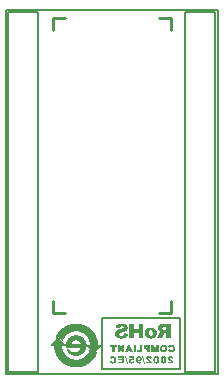
<source format=gbo>
*
%LPD*%
%LNSTEVAL-MKI169V1.GBO*%
%FSLAX24Y24*%
%MOIN*%
%AD*%
%ADD14C,0.01*%
%ADD22C,0.00787*%
%ADD23C,0.00551*%
%ADD33C,0.0015*%
%ADD65C,0.006*%
%ADD115C,0.055*%
G54D14*
%SRX1Y1I0.0J0.0*%
G1X55581Y35286D2*
G1X55975Y35286D1*
G1X55581Y35286D2*
G1X55581Y35680D1*
G1X59124Y35286D2*
G1X59518Y35286D1*
G1X59518Y35680D1*
G1X59518Y44735D2*
G1X59518Y45129D1*
G1X59124Y45129D2*
G1X59518Y45129D1*
G1X55581Y45129D2*
G1X55975Y45129D1*
G1X55581Y44735D2*
G1X55581Y45129D1*
G1X61005Y34082D2*
G54D22*
G1X61005Y45332D1*
G1X61005Y33332D2*
G1X61005Y34082D1*
G1X60005Y33332D2*
G1X61005Y33332D1*
G1X60005Y33332D2*
G1X60005Y45332D1*
G1X61005Y45332D1*
G1X54096Y33332D2*
G1X54096Y44582D1*
G1X54096Y45332D1*
G1X55096Y45332D1*
G1X55096Y33332D2*
G1X55096Y45332D1*
G1X54096Y33332D2*
G1X55096Y33332D1*
G1X55877Y33681D2*
G54D33*
G1X56817Y33681D1*
G1X55867Y33691D2*
G1X56827Y33691D1*
G1X55857Y33701D2*
G1X56837Y33701D1*
G1X55847Y33711D2*
G1X56847Y33711D1*
G1X55837Y33721D2*
G1X56857Y33721D1*
G1X55827Y33731D2*
G1X56337Y33731D1*
G1X56357Y33731D2*
G1X56867Y33731D1*
G1X55817Y33741D2*
G1X56247Y33741D1*
G1X56447Y33741D2*
G1X56877Y33741D1*
G1X55807Y33751D2*
G1X56217Y33751D1*
G1X56487Y33751D2*
G1X56887Y33751D1*
G1X55797Y33761D2*
G1X56177Y33761D1*
G1X56517Y33761D2*
G1X56897Y33761D1*
G1X55787Y33771D2*
G1X56147Y33771D1*
G1X56547Y33771D2*
G1X56907Y33771D1*
G1X55777Y33781D2*
G1X56127Y33781D1*
G1X56557Y33781D2*
G1X56917Y33781D1*
G1X55777Y33791D2*
G1X56107Y33791D1*
G1X56577Y33791D2*
G1X56917Y33791D1*
G1X55767Y33801D2*
G1X56097Y33801D1*
G1X56597Y33801D2*
G1X56927Y33801D1*
G1X55757Y33811D2*
G1X56077Y33811D1*
G1X56617Y33811D2*
G1X56937Y33811D1*
G1X55757Y33821D2*
G1X56057Y33821D1*
G1X56627Y33821D2*
G1X56937Y33821D1*
G1X55747Y33831D2*
G1X56047Y33831D1*
G1X56647Y33831D2*
G1X56947Y33831D1*
G1X55737Y33841D2*
G1X56037Y33841D1*
G1X56657Y33841D2*
G1X56957Y33841D1*
G1X55737Y33851D2*
G1X56027Y33851D1*
G1X56667Y33851D2*
G1X56957Y33851D1*
G1X55727Y33861D2*
G1X56017Y33861D1*
G1X56687Y33861D2*
G1X56967Y33861D1*
G1X55717Y33871D2*
G1X56007Y33871D1*
G1X56687Y33871D2*
G1X56977Y33871D1*
G1X55717Y33881D2*
G1X55987Y33881D1*
G1X56707Y33881D2*
G1X56977Y33881D1*
G1X55707Y33891D2*
G1X55987Y33891D1*
G1X56317Y33891D2*
G1X56367Y33891D1*
G1X56707Y33891D2*
G1X56987Y33891D1*
G1X55707Y33901D2*
G1X55977Y33901D1*
G1X56257Y33901D2*
G1X56437Y33901D1*
G1X56717Y33901D2*
G1X56987Y33901D1*
G1X55697Y33911D2*
G1X55967Y33911D1*
G1X56227Y33911D2*
G1X56467Y33911D1*
G1X56727Y33911D2*
G1X56997Y33911D1*
G1X55697Y33921D2*
G1X55957Y33921D1*
G1X56207Y33921D2*
G1X56487Y33921D1*
G1X56737Y33921D2*
G1X56997Y33921D1*
G1X55687Y33931D2*
G1X55947Y33931D1*
G1X56187Y33931D2*
G1X56507Y33931D1*
G1X56747Y33931D2*
G1X56937Y33931D1*
G1X56957Y33931D2*
G1X57007Y33931D1*
G1X55687Y33941D2*
G1X55947Y33941D1*
G1X56167Y33941D2*
G1X56517Y33941D1*
G1X56747Y33941D2*
G1X56927Y33941D1*
G1X56967Y33941D2*
G1X57007Y33941D1*
G1X55677Y33951D2*
G1X55937Y33951D1*
G1X56157Y33951D2*
G1X56537Y33951D1*
G1X56757Y33951D2*
G1X56917Y33951D1*
G1X56977Y33951D2*
G1X57007Y33951D1*
G1X55677Y33961D2*
G1X55937Y33961D1*
G1X56147Y33961D2*
G1X56547Y33961D1*
G1X56767Y33961D2*
G1X56907Y33961D1*
G1X56987Y33961D2*
G1X57017Y33961D1*
G1X55677Y33971D2*
G1X55927Y33971D1*
G1X56137Y33971D2*
G1X56557Y33971D1*
G1X56767Y33971D2*
G1X56897Y33971D1*
G1X56997Y33971D2*
G1X57017Y33971D1*
G1X55677Y33981D2*
G1X55917Y33981D1*
G1X56117Y33981D2*
G1X56267Y33981D1*
G1X56307Y33981D2*
G1X56567Y33981D1*
G1X56777Y33981D2*
G1X56887Y33981D1*
G1X57007Y33981D2*
G1X57017Y33981D1*
G1X55667Y33991D2*
G1X55907Y33991D1*
G1X56107Y33991D2*
G1X56207Y33991D1*
G1X56367Y33991D2*
G1X56587Y33991D1*
G1X56777Y33991D2*
G1X56877Y33991D1*
G1X56937Y33991D2*
G1X56957Y33991D1*
G1X55667Y34001D2*
G1X55907Y34001D1*
G1X56097Y34001D2*
G1X56187Y34001D1*
G1X56387Y34001D2*
G1X56587Y34001D1*
G1X56787Y34001D2*
G1X56867Y34001D1*
G1X56927Y34001D2*
G1X56967Y34001D1*
G1X55657Y34011D2*
G1X55907Y34011D1*
G1X56087Y34011D2*
G1X56167Y34011D1*
G1X56417Y34011D2*
G1X56597Y34011D1*
G1X56787Y34011D2*
G1X56857Y34011D1*
G1X56917Y34011D2*
G1X56977Y34011D1*
G1X55657Y34021D2*
G1X55897Y34021D1*
G1X56087Y34021D2*
G1X56147Y34021D1*
G1X56427Y34021D2*
G1X56607Y34021D1*
G1X56797Y34021D2*
G1X56847Y34021D1*
G1X56907Y34021D2*
G1X56987Y34021D1*
G1X55657Y34031D2*
G1X55897Y34031D1*
G1X56077Y34031D2*
G1X56137Y34031D1*
G1X56437Y34031D2*
G1X56617Y34031D1*
G1X56797Y34031D2*
G1X56837Y34031D1*
G1X56897Y34031D2*
G1X56997Y34031D1*
G1X55647Y34041D2*
G1X55887Y34041D1*
G1X56067Y34041D2*
G1X56127Y34041D1*
G1X56447Y34041D2*
G1X56617Y34041D1*
G1X56807Y34041D2*
G1X56827Y34041D1*
G1X56887Y34041D2*
G1X57007Y34041D1*
G1X55647Y34051D2*
G1X55887Y34051D1*
G1X56067Y34051D2*
G1X56117Y34051D1*
G1X56457Y34051D2*
G1X56627Y34051D1*
G1X56877Y34051D2*
G1X57017Y34051D1*
G1X55647Y34061D2*
G1X55887Y34061D1*
G1X56057Y34061D2*
G1X56107Y34061D1*
G1X56467Y34061D2*
G1X56637Y34061D1*
G1X56867Y34061D2*
G1X57027Y34061D1*
G1X55647Y34071D2*
G1X55877Y34071D1*
G1X56057Y34071D2*
G1X56097Y34071D1*
G1X56477Y34071D2*
G1X56637Y34071D1*
G1X56847Y34071D2*
G1X57037Y34071D1*
G1X55647Y34081D2*
G1X55877Y34081D1*
G1X56047Y34081D2*
G1X56087Y34081D1*
G1X56487Y34081D2*
G1X56647Y34081D1*
G1X56847Y34081D2*
G1X57047Y34081D1*
G1X55647Y34091D2*
G1X55877Y34091D1*
G1X56047Y34091D2*
G1X56087Y34091D1*
G1X56497Y34091D2*
G1X56647Y34091D1*
G1X56837Y34091D2*
G1X57057Y34091D1*
G1X55637Y34101D2*
G1X55867Y34101D1*
G1X56497Y34101D2*
G1X56647Y34101D1*
G1X56827Y34101D2*
G1X57067Y34101D1*
G1X55637Y34111D2*
G1X55867Y34111D1*
G1X56507Y34111D2*
G1X56657Y34111D1*
G1X56817Y34111D2*
G1X57077Y34111D1*
G1X55637Y34121D2*
G1X55867Y34121D1*
G1X56507Y34121D2*
G1X56657Y34121D1*
G1X56807Y34121D2*
G1X57087Y34121D1*
G1X55637Y34131D2*
G1X55867Y34131D1*
G1X56517Y34131D2*
G1X56657Y34131D1*
G1X56797Y34131D2*
G1X57097Y34131D1*
G1X55637Y34141D2*
G1X55867Y34141D1*
G1X56517Y34141D2*
G1X56667Y34141D1*
G1X56787Y34141D2*
G1X57107Y34141D1*
G1X55637Y34151D2*
G1X55867Y34151D1*
G1X56517Y34151D2*
G1X56667Y34151D1*
G1X56777Y34151D2*
G1X57117Y34151D1*
G1X55637Y34161D2*
G1X55857Y34161D1*
G1X56527Y34161D2*
G1X56667Y34161D1*
G1X56767Y34161D2*
G1X57127Y34161D1*
G1X55637Y34171D2*
G1X55857Y34171D1*
G1X56027Y34171D2*
G1X56667Y34171D1*
G1X56757Y34171D2*
G1X57137Y34171D1*
G1X55637Y34181D2*
G1X55857Y34181D1*
G1X56017Y34181D2*
G1X56667Y34181D1*
G1X56747Y34181D2*
G1X57147Y34181D1*
G1X55637Y34191D2*
G1X55857Y34191D1*
G1X56017Y34191D2*
G1X56677Y34191D1*
G1X56737Y34191D2*
G1X57147Y34191D1*
G1X55637Y34201D2*
G1X55857Y34201D1*
G1X56017Y34201D2*
G1X56677Y34201D1*
G1X56737Y34201D2*
G1X57157Y34201D1*
G1X55637Y34211D2*
G1X55857Y34211D1*
G1X56017Y34211D2*
G1X56677Y34211D1*
G1X56727Y34211D2*
G1X57167Y34211D1*
G1X55627Y34221D2*
G1X55857Y34221D1*
G1X56017Y34221D2*
G1X56677Y34221D1*
G1X56827Y34221D2*
G1X57067Y34221D1*
G1X55527Y34231D2*
G1X55977Y34231D1*
G1X56017Y34231D2*
G1X56677Y34231D1*
G1X56837Y34231D2*
G1X57057Y34231D1*
G1X55527Y34241D2*
G1X55977Y34241D1*
G1X56017Y34241D2*
G1X56677Y34241D1*
G1X56837Y34241D2*
G1X57057Y34241D1*
G1X55537Y34251D2*
G1X55957Y34251D1*
G1X56017Y34251D2*
G1X56667Y34251D1*
G1X56837Y34251D2*
G1X57057Y34251D1*
G1X55547Y34261D2*
G1X55947Y34261D1*
G1X56017Y34261D2*
G1X56667Y34261D1*
G1X56837Y34261D2*
G1X57057Y34261D1*
G1X55557Y34271D2*
G1X55937Y34271D1*
G1X56027Y34271D2*
G1X56177Y34271D1*
G1X56517Y34271D2*
G1X56667Y34271D1*
G1X56837Y34271D2*
G1X57057Y34271D1*
G1X55567Y34281D2*
G1X55927Y34281D1*
G1X56027Y34281D2*
G1X56167Y34281D1*
G1X56517Y34281D2*
G1X56667Y34281D1*
G1X56827Y34281D2*
G1X57057Y34281D1*
G1X55577Y34291D2*
G1X55917Y34291D1*
G1X56027Y34291D2*
G1X56177Y34291D1*
G1X56517Y34291D2*
G1X56667Y34291D1*
G1X56827Y34291D2*
G1X57057Y34291D1*
G1X55587Y34301D2*
G1X55907Y34301D1*
G1X56027Y34301D2*
G1X56177Y34301D1*
G1X56517Y34301D2*
G1X56667Y34301D1*
G1X56827Y34301D2*
G1X57057Y34301D1*
G1X55597Y34311D2*
G1X55897Y34311D1*
G1X56037Y34311D2*
G1X56187Y34311D1*
G1X56507Y34311D2*
G1X56667Y34311D1*
G1X56827Y34311D2*
G1X57057Y34311D1*
G1X55607Y34321D2*
G1X55887Y34321D1*
G1X56037Y34321D2*
G1X56187Y34321D1*
G1X56497Y34321D2*
G1X56657Y34321D1*
G1X56827Y34321D2*
G1X57057Y34321D1*
G1X55617Y34331D2*
G1X55877Y34331D1*
G1X56037Y34331D2*
G1X56197Y34331D1*
G1X56497Y34331D2*
G1X56647Y34331D1*
G1X56817Y34331D2*
G1X57047Y34331D1*
G1X55627Y34341D2*
G1X55867Y34341D1*
G1X56047Y34341D2*
G1X56207Y34341D1*
G1X56487Y34341D2*
G1X56647Y34341D1*
G1X56817Y34341D2*
G1X57047Y34341D1*
G1X55637Y34351D2*
G1X55857Y34351D1*
G1X56047Y34351D2*
G1X56217Y34351D1*
G1X56477Y34351D2*
G1X56647Y34351D1*
G1X56817Y34351D2*
G1X57047Y34351D1*
G1X55647Y34361D2*
G1X55847Y34361D1*
G1X56057Y34361D2*
G1X56227Y34361D1*
G1X56467Y34361D2*
G1X56647Y34361D1*
G1X56817Y34361D2*
G1X57047Y34361D1*
G1X55657Y34371D2*
G1X55837Y34371D1*
G1X56057Y34371D2*
G1X56237Y34371D1*
G1X56457Y34371D2*
G1X56637Y34371D1*
G1X56807Y34371D2*
G1X57047Y34371D1*
G1X55667Y34381D2*
G1X55827Y34381D1*
G1X56067Y34381D2*
G1X56257Y34381D1*
G1X56437Y34381D2*
G1X56627Y34381D1*
G1X56807Y34381D2*
G1X57047Y34381D1*
G1X55677Y34391D2*
G1X55817Y34391D1*
G1X56067Y34391D2*
G1X56277Y34391D1*
G1X56417Y34391D2*
G1X56627Y34391D1*
G1X56807Y34391D2*
G1X57037Y34391D1*
G1X55687Y34401D2*
G1X55807Y34401D1*
G1X55877Y34401D2*
G1X55897Y34401D1*
G1X56077Y34401D2*
G1X56307Y34401D1*
G1X56387Y34401D2*
G1X56617Y34401D1*
G1X56797Y34401D2*
G1X57037Y34401D1*
G1X55697Y34411D2*
G1X55797Y34411D1*
G1X55867Y34411D2*
G1X55897Y34411D1*
G1X56087Y34411D2*
G1X56607Y34411D1*
G1X56797Y34411D2*
G1X57037Y34411D1*
G1X55707Y34421D2*
G1X55787Y34421D1*
G1X55857Y34421D2*
G1X55907Y34421D1*
G1X56087Y34421D2*
G1X56607Y34421D1*
G1X56787Y34421D2*
G1X57037Y34421D1*
G1X55717Y34431D2*
G1X55777Y34431D1*
G1X55847Y34431D2*
G1X55907Y34431D1*
G1X56097Y34431D2*
G1X56597Y34431D1*
G1X56787Y34431D2*
G1X57027Y34431D1*
G1X55727Y34441D2*
G1X55767Y34441D1*
G1X55837Y34441D2*
G1X55907Y34441D1*
G1X56107Y34441D2*
G1X56587Y34441D1*
G1X56777Y34441D2*
G1X57027Y34441D1*
G1X55737Y34451D2*
G1X55757Y34451D1*
G1X55827Y34451D2*
G1X55917Y34451D1*
G1X56117Y34451D2*
G1X56577Y34451D1*
G1X56777Y34451D2*
G1X57027Y34451D1*
G1X55677Y34461D2*
G1X55687Y34461D1*
G1X55817Y34461D2*
G1X55927Y34461D1*
G1X56127Y34461D2*
G1X56567Y34461D1*
G1X56777Y34461D2*
G1X57017Y34461D1*
G1X55677Y34471D2*
G1X55697Y34471D1*
G1X55807Y34471D2*
G1X55927Y34471D1*
G1X56137Y34471D2*
G1X56557Y34471D1*
G1X56767Y34471D2*
G1X57017Y34471D1*
G1X55677Y34481D2*
G1X55707Y34481D1*
G1X55797Y34481D2*
G1X55937Y34481D1*
G1X56147Y34481D2*
G1X56547Y34481D1*
G1X56757Y34481D2*
G1X57007Y34481D1*
G1X55687Y34491D2*
G1X55717Y34491D1*
G1X55787Y34491D2*
G1X55947Y34491D1*
G1X56167Y34491D2*
G1X56527Y34491D1*
G1X56757Y34491D2*
G1X57007Y34491D1*
G1X55687Y34501D2*
G1X55727Y34501D1*
G1X55777Y34501D2*
G1X55947Y34501D1*
G1X56187Y34501D2*
G1X56517Y34501D1*
G1X56747Y34501D2*
G1X57007Y34501D1*
G1X55697Y34511D2*
G1X55737Y34511D1*
G1X55767Y34511D2*
G1X55957Y34511D1*
G1X56197Y34511D2*
G1X56497Y34511D1*
G1X56737Y34511D2*
G1X56997Y34511D1*
G1X55697Y34521D2*
G1X55957Y34521D1*
G1X56217Y34521D2*
G1X56477Y34521D1*
G1X56737Y34521D2*
G1X56997Y34521D1*
G1X55707Y34531D2*
G1X55967Y34531D1*
G1X56247Y34531D2*
G1X56447Y34531D1*
G1X56727Y34531D2*
G1X56997Y34531D1*
G1X55707Y34541D2*
G1X55977Y34541D1*
G1X56297Y34541D2*
G1X56397Y34541D1*
G1X56717Y34541D2*
G1X56987Y34541D1*
G1X55717Y34551D2*
G1X55987Y34551D1*
G1X56707Y34551D2*
G1X56977Y34551D1*
G1X55717Y34561D2*
G1X55997Y34561D1*
G1X56697Y34561D2*
G1X56977Y34561D1*
G1X55727Y34571D2*
G1X56007Y34571D1*
G1X56687Y34571D2*
G1X56967Y34571D1*
G1X55727Y34581D2*
G1X56017Y34581D1*
G1X56677Y34581D2*
G1X56967Y34581D1*
G1X55737Y34591D2*
G1X56027Y34591D1*
G1X56667Y34591D2*
G1X56957Y34591D1*
G1X55747Y34601D2*
G1X56037Y34601D1*
G1X56657Y34601D2*
G1X56947Y34601D1*
G1X55747Y34611D2*
G1X56057Y34611D1*
G1X56637Y34611D2*
G1X56947Y34611D1*
G1X55757Y34621D2*
G1X56067Y34621D1*
G1X56627Y34621D2*
G1X56937Y34621D1*
G1X55767Y34631D2*
G1X56077Y34631D1*
G1X56617Y34631D2*
G1X56927Y34631D1*
G1X55767Y34641D2*
G1X56097Y34641D1*
G1X56597Y34641D2*
G1X56927Y34641D1*
G1X55777Y34651D2*
G1X56117Y34651D1*
G1X56577Y34651D2*
G1X56917Y34651D1*
G1X55787Y34661D2*
G1X56137Y34661D1*
G1X56557Y34661D2*
G1X56907Y34661D1*
G1X55797Y34671D2*
G1X56157Y34671D1*
G1X56537Y34671D2*
G1X56897Y34671D1*
G1X55797Y34681D2*
G1X56187Y34681D1*
G1X56507Y34681D2*
G1X56887Y34681D1*
G1X55807Y34691D2*
G1X56217Y34691D1*
G1X56477Y34691D2*
G1X56887Y34691D1*
G1X55817Y34701D2*
G1X56257Y34701D1*
G1X56447Y34701D2*
G1X56877Y34701D1*
G1X55827Y34711D2*
G1X56867Y34711D1*
G1X55837Y34721D2*
G1X56857Y34721D1*
G1X55847Y34731D2*
G1X56847Y34731D1*
G1X55857Y34741D2*
G1X56837Y34741D1*
G1X55867Y34751D2*
G1X56827Y34751D1*
G1X55877Y34761D2*
G1X56807Y34761D1*
G1X55897Y34771D2*
G1X56797Y34771D1*
G1X55897Y34781D2*
G1X56787Y34781D1*
G1X55917Y34791D2*
G1X56777Y34791D1*
G1X55927Y34801D2*
G1X56767Y34801D1*
G1X55947Y34811D2*
G1X56747Y34811D1*
G1X55957Y34821D2*
G1X56737Y34821D1*
G1X55977Y34831D2*
G1X56717Y34831D1*
G1X55997Y34841D2*
G1X56707Y34841D1*
G1X56007Y34851D2*
G1X56677Y34851D1*
G1X56027Y34861D2*
G1X56667Y34861D1*
G1X56057Y34871D2*
G1X56637Y34871D1*
G1X56067Y34881D2*
G1X56617Y34881D1*
G1X56097Y34891D2*
G1X56587Y34891D1*
G1X56137Y34901D2*
G1X56557Y34901D1*
G1X56167Y34911D2*
G1X56527Y34911D1*
G1X56197Y34921D2*
G1X56487Y34921D1*
G1X56277Y34931D2*
G1X56437Y34931D1*
G1X56237Y33511D2*
G1X56447Y33511D1*
G1X56197Y33521D2*
G1X56497Y33521D1*
G1X56157Y33531D2*
G1X56547Y33531D1*
G1X56117Y33541D2*
G1X56577Y33541D1*
G1X56087Y33551D2*
G1X56597Y33551D1*
G1X56067Y33561D2*
G1X56627Y33561D1*
G1X56047Y33571D2*
G1X56657Y33571D1*
G1X56027Y33581D2*
G1X56667Y33581D1*
G1X56007Y33591D2*
G1X56687Y33591D1*
G1X55987Y33601D2*
G1X56707Y33601D1*
G1X55977Y33611D2*
G1X56717Y33611D1*
G1X55957Y33621D2*
G1X56737Y33621D1*
G1X55937Y33631D2*
G1X56747Y33631D1*
G1X55927Y33641D2*
G1X56767Y33641D1*
G1X55917Y33651D2*
G1X56777Y33651D1*
G1X55897Y33661D2*
G1X56797Y33661D1*
G1X55887Y33671D2*
G1X56807Y33671D1*
G1X54030Y33256D2*
G54D23*
G1X54030Y45396D1*
G1X61083Y45396D1*
G1X61083Y33256D1*
G1X54030Y33256D1*
G54D115*
G36*
G1X59615Y33609D2*
G1X59615Y33613D1*
G1X59614Y33615D1*
G1X59614Y33618D1*
G1X59613Y33621D1*
G1X59613Y33624D1*
G1X59612Y33627D1*
G1X59610Y33629D1*
G1X59610Y33632D1*
G1X59609Y33635D1*
G1X59608Y33638D1*
G1X59607Y33640D1*
G1X59606Y33643D1*
G1X59605Y33645D1*
G1X59603Y33649D1*
G1X59602Y33651D1*
G1X59601Y33654D1*
G1X59600Y33656D1*
G1X59597Y33659D1*
G1X59596Y33662D1*
G1X59594Y33664D1*
G1X59592Y33666D1*
G1X59591Y33670D1*
G1X59589Y33672D1*
G1X59586Y33675D1*
G1X59584Y33677D1*
G1X59581Y33680D1*
G1X59579Y33684D1*
G1X59577Y33686D1*
G1X59573Y33689D1*
G1X59570Y33692D1*
G1X59567Y33696D1*
G1X59563Y33698D1*
G1X59560Y33701D1*
G1X59556Y33704D1*
G1X59553Y33708D1*
G1X59548Y33711D1*
G1X59544Y33714D1*
G1X59539Y33718D1*
G1X59535Y33721D1*
G1X59531Y33724D1*
G1X59527Y33726D1*
G1X59525Y33729D1*
G1X59523Y33731D1*
G1X59520Y33733D1*
G1X59518Y33734D1*
G1X59515Y33736D1*
G1X59513Y33738D1*
G1X59511Y33739D1*
G1X59509Y33742D1*
G1X59507Y33744D1*
G1X59506Y33745D1*
G1X59503Y33746D1*
G1X59502Y33748D1*
G1X59500Y33749D1*
G1X59499Y33750D1*
G1X59498Y33753D1*
G1X59497Y33754D1*
G1X59496Y33755D1*
G1X59495Y33756D1*
G1X59494Y33757D1*
G1X59492Y33758D1*
G1X59492Y33759D1*
G1X59491Y33760D1*
G1X59490Y33761D1*
G1X59490Y33762D1*
G1X59489Y33763D1*
G1X59489Y33765D1*
G1X59489Y33766D1*
G1X59488Y33767D1*
G1X59488Y33768D1*
G1X59487Y33769D1*
G1X59487Y33770D1*
G1X59487Y33771D1*
G1X59487Y33772D1*
G1X59486Y33772D1*
G1X59486Y33773D1*
G1X59486Y33774D1*
G1X59486Y33776D1*
G1X59486Y33777D1*
G1X59486Y33778D1*
G1X59486Y33779D1*
G1X59486Y33780D1*
G1X59486Y33781D1*
G1X59486Y33782D1*
G1X59486Y33783D1*
G1X59487Y33784D1*
G1X59487Y33785D1*
G1X59487Y33786D1*
G1X59488Y33788D1*
G1X59488Y33789D1*
G1X59489Y33790D1*
G1X59489Y33791D1*
G1X59489Y33792D1*
G1X59490Y33792D1*
G1X59490Y33793D1*
G1X59491Y33794D1*
G1X59492Y33795D1*
G1X59494Y33796D1*
G1X59495Y33797D1*
G1X59496Y33797D1*
G1X59496Y33798D1*
G1X59497Y33800D1*
G1X59498Y33800D1*
G1X59499Y33801D1*
G1X59500Y33801D1*
G1X59501Y33801D1*
G1X59502Y33802D1*
G1X59503Y33802D1*
G1X59504Y33803D1*
G1X59506Y33803D1*
G1X59507Y33803D1*
G1X59508Y33803D1*
G1X59509Y33804D1*
G1X59510Y33804D1*
G1X59511Y33804D1*
G1X59512Y33804D1*
G1X59513Y33804D1*
G1X59514Y33804D1*
G1X59515Y33804D1*
G1X59516Y33804D1*
G1X59518Y33804D1*
G1X59519Y33804D1*
G1X59520Y33804D1*
G1X59521Y33803D1*
G1X59522Y33803D1*
G1X59523Y33803D1*
G1X59524Y33803D1*
G1X59525Y33802D1*
G1X59526Y33802D1*
G1X59527Y33801D1*
G1X59528Y33801D1*
G1X59530Y33800D1*
G1X59531Y33800D1*
G1X59532Y33798D1*
G1X59533Y33797D1*
G1X59534Y33796D1*
G1X59535Y33795D1*
G1X59535Y33794D1*
G1X59536Y33794D1*
G1X59537Y33793D1*
G1X59537Y33792D1*
G1X59538Y33791D1*
G1X59538Y33790D1*
G1X59539Y33789D1*
G1X59539Y33786D1*
G1X59541Y33785D1*
G1X59541Y33784D1*
G1X59542Y33783D1*
G1X59542Y33781D1*
G1X59543Y33780D1*
G1X59543Y33778D1*
G1X59544Y33777D1*
G1X59544Y33774D1*
G1X59544Y33772D1*
G1X59545Y33771D1*
G1X59545Y33769D1*
G1X59610Y33774D1*
G1X59610Y33777D1*
G1X59609Y33780D1*
G1X59609Y33782D1*
G1X59608Y33785D1*
G1X59608Y33788D1*
G1X59607Y33790D1*
G1X59607Y33792D1*
G1X59606Y33794D1*
G1X59605Y33796D1*
G1X59605Y33798D1*
G1X59604Y33801D1*
G1X59603Y33803D1*
G1X59603Y33805D1*
G1X59602Y33807D1*
G1X59601Y33808D1*
G1X59600Y33810D1*
G1X59600Y33813D1*
G1X59598Y33814D1*
G1X59597Y33816D1*
G1X59596Y33817D1*
G1X59595Y33818D1*
G1X59594Y33820D1*
G1X59593Y33821D1*
G1X59592Y33822D1*
G1X59591Y33825D1*
G1X59590Y33826D1*
G1X59589Y33827D1*
G1X59587Y33828D1*
G1X59585Y33829D1*
G1X59584Y33830D1*
G1X59583Y33831D1*
G1X59581Y33832D1*
G1X59580Y33833D1*
G1X59578Y33835D1*
G1X59577Y33836D1*
G1X59574Y33837D1*
G1X59573Y33838D1*
G1X59571Y33839D1*
G1X59570Y33839D1*
G1X59568Y33840D1*
G1X59566Y33841D1*
G1X59563Y33842D1*
G1X59562Y33842D1*
G1X59560Y33843D1*
G1X59558Y33844D1*
G1X59556Y33844D1*
G1X59553Y33845D1*
G1X59550Y33845D1*
G1X59548Y33847D1*
G1X59546Y33847D1*
G1X59543Y33847D1*
G1X59541Y33848D1*
G1X59537Y33848D1*
G1X59534Y33848D1*
G1X59532Y33849D1*
G1X59528Y33849D1*
G1X59525Y33849D1*
G1X59522Y33849D1*
G1X59519Y33849D1*
G1X59515Y33849D1*
G1X59512Y33849D1*
G1X59509Y33849D1*
G1X59506Y33849D1*
G1X59502Y33849D1*
G1X59499Y33849D1*
G1X59497Y33848D1*
G1X59494Y33848D1*
G1X59490Y33848D1*
G1X59488Y33848D1*
G1X59486Y33847D1*
G1X59483Y33847D1*
G1X59480Y33845D1*
G1X59478Y33845D1*
G1X59475Y33845D1*
G1X59473Y33844D1*
G1X59471Y33844D1*
G1X59468Y33843D1*
G1X59467Y33842D1*
G1X59465Y33842D1*
G1X59463Y33841D1*
G1X59461Y33840D1*
G1X59459Y33840D1*
G1X59457Y33839D1*
G1X59455Y33838D1*
G1X59453Y33837D1*
G1X59452Y33836D1*
G1X59450Y33835D1*
G1X59449Y33833D1*
G1X59447Y33832D1*
G1X59445Y33831D1*
G1X59444Y33830D1*
G1X59442Y33829D1*
G1X59441Y33828D1*
G1X59440Y33826D1*
G1X59438Y33825D1*
G1X59437Y33824D1*
G1X59436Y33821D1*
G1X59434Y33820D1*
G1X59433Y33818D1*
G1X59432Y33817D1*
G1X59431Y33815D1*
G1X59430Y33814D1*
G1X59429Y33812D1*
G1X59428Y33810D1*
G1X59428Y33808D1*
G1X59427Y33807D1*
G1X59426Y33805D1*
G1X59426Y33803D1*
G1X59425Y33802D1*
G1X59424Y33800D1*
G1X59424Y33797D1*
G1X59424Y33796D1*
G1X59422Y33794D1*
G1X59422Y33792D1*
G1X59422Y33790D1*
G1X59421Y33788D1*
G1X59421Y33786D1*
G1X59421Y33784D1*
G1X59421Y33782D1*
G1X59421Y33780D1*
G1X59421Y33778D1*
G1X59421Y33776D1*
G1X59421Y33773D1*
G1X59421Y33771D1*
G1X59422Y33770D1*
G1X59422Y33768D1*
G1X59422Y33766D1*
G1X59424Y33763D1*
G1X59424Y33761D1*
G1X59425Y33759D1*
G1X59425Y33757D1*
G1X59426Y33756D1*
G1X59427Y33754D1*
G1X59427Y33751D1*
G1X59428Y33749D1*
G1X59429Y33747D1*
G1X59430Y33745D1*
G1X59431Y33744D1*
G1X59432Y33742D1*
G1X59433Y33739D1*
G1X59434Y33737D1*
G1X59437Y33735D1*
G1X59438Y33734D1*
G1X59440Y33732D1*
G1X59441Y33730D1*
G1X59443Y33727D1*
G1X59445Y33725D1*
G1X59447Y33723D1*
G1X59449Y33721D1*
G1X59452Y33719D1*
G1X59454Y33716D1*
G1X59456Y33714D1*
G1X59459Y33712D1*
G1X59462Y33710D1*
G1X59464Y33708D1*
G1X59467Y33706D1*
G1X59469Y33703D1*
G1X59473Y33700D1*
G1X59476Y33698D1*
G1X59479Y33696D1*
G1X59481Y33695D1*
G1X59483Y33694D1*
G1X59485Y33692D1*
G1X59487Y33690D1*
G1X59488Y33689D1*
G1X59490Y33688D1*
G1X59491Y33687D1*
G1X59492Y33687D1*
G1X59495Y33686D1*
G1X59496Y33685D1*
G1X59497Y33684D1*
G1X59498Y33683D1*
G1X59499Y33682D1*
G1X59500Y33682D1*
G1X59501Y33680D1*
G1X59502Y33679D1*
G1X59503Y33679D1*
G1X59504Y33678D1*
G1X59506Y33677D1*
G1X59507Y33676D1*
G1X59508Y33675D1*
G1X59509Y33674D1*
G1X59510Y33674D1*
G1X59510Y33673D1*
G1X59511Y33673D1*
G1X59512Y33672D1*
G1X59512Y33671D1*
G1X59513Y33671D1*
G1X59514Y33670D1*
G1X59515Y33668D1*
G1X59516Y33667D1*
G1X59518Y33666D1*
G1X59519Y33665D1*
G1X59520Y33664D1*
G1X59521Y33663D1*
G1X59420Y33663D1*
G1X59420Y33609D1*
G1X59615Y33609D1*
G37*
G36*
G1X59370Y33709D2*
G1X59369Y33707D1*
G1X59369Y33697D1*
G1X59368Y33695D1*
G1X59368Y33689D1*
G1X59367Y33687D1*
G1X59367Y33683D1*
G1X59366Y33680D1*
G1X59366Y33678D1*
G1X59365Y33676D1*
G1X59365Y33674D1*
G1X59363Y33672D1*
G1X59363Y33670D1*
G1X59362Y33667D1*
G1X59362Y33665D1*
G1X59361Y33663D1*
G1X59361Y33662D1*
G1X59360Y33660D1*
G1X59359Y33657D1*
G1X59359Y33656D1*
G1X59358Y33654D1*
G1X59358Y33653D1*
G1X59357Y33651D1*
G1X59356Y33650D1*
G1X59356Y33648D1*
G1X59355Y33647D1*
G1X59354Y33644D1*
G1X59354Y33643D1*
G1X59350Y33639D1*
G1X59349Y33637D1*
G1X59347Y33636D1*
G1X59346Y33633D1*
G1X59345Y33632D1*
G1X59344Y33630D1*
G1X59342Y33629D1*
G1X59341Y33628D1*
G1X59338Y33626D1*
G1X59336Y33624D1*
G1X59334Y33623D1*
G1X59333Y33621D1*
G1X59331Y33620D1*
G1X59330Y33619D1*
G1X59327Y33618D1*
G1X59325Y33617D1*
G1X59324Y33616D1*
G1X59320Y33614D1*
G1X59319Y33613D1*
G1X59316Y33613D1*
G1X59314Y33612D1*
G1X59312Y33610D1*
G1X59310Y33609D1*
G1X59303Y33609D1*
G1X59301Y33608D1*
G1X59298Y33608D1*
G1X59296Y33607D1*
G1X59288Y33607D1*
G1X59285Y33606D1*
G1X59264Y33606D1*
G1X59259Y33607D1*
G1X59254Y33607D1*
G1X59250Y33608D1*
G1X59245Y33608D1*
G1X59241Y33609D1*
G1X59237Y33609D1*
G1X59232Y33610D1*
G1X59229Y33613D1*
G1X59226Y33614D1*
G1X59221Y33616D1*
G1X59218Y33617D1*
G1X59216Y33619D1*
G1X59213Y33621D1*
G1X59209Y33624D1*
G1X59207Y33627D1*
G1X59204Y33629D1*
G1X59202Y33631D1*
G1X59200Y33635D1*
G1X59197Y33638D1*
G1X59193Y33644D1*
G1X59192Y33648D1*
G1X59190Y33651D1*
G1X59189Y33655D1*
G1X59186Y33660D1*
G1X59184Y33668D1*
G1X59183Y33673D1*
G1X59182Y33677D1*
G1X59181Y33683D1*
G1X59180Y33688D1*
G1X59180Y33692D1*
G1X59179Y33699D1*
G1X59179Y33704D1*
G1X59178Y33710D1*
G1X59178Y33728D1*
G1X59242Y33728D1*
G1X59242Y33703D1*
G1X59243Y33700D1*
G1X59243Y33689D1*
G1X59244Y33688D1*
G1X59244Y33683D1*
G1X59245Y33680D1*
G1X59245Y33678D1*
G1X59247Y33676D1*
G1X59247Y33674D1*
G1X59248Y33672D1*
G1X59248Y33671D1*
G1X59249Y33670D1*
G1X59249Y33668D1*
G1X59250Y33667D1*
G1X59250Y33666D1*
G1X59251Y33665D1*
G1X59251Y33664D1*
G1X59252Y33663D1*
G1X59252Y33662D1*
G1X59253Y33661D1*
G1X59253Y33660D1*
G1X59254Y33659D1*
G1X59255Y33657D1*
G1X59257Y33655D1*
G1X59259Y33654D1*
G1X59260Y33654D1*
G1X59261Y33653D1*
G1X59262Y33653D1*
G1X59263Y33652D1*
G1X59264Y33652D1*
G1X59264Y33651D1*
G1X59268Y33651D1*
G1X59269Y33650D1*
G1X59278Y33650D1*
G1X59279Y33651D1*
G1X59283Y33651D1*
G1X59284Y33652D1*
G1X59285Y33652D1*
G1X59286Y33653D1*
G1X59288Y33654D1*
G1X59289Y33655D1*
G1X59290Y33655D1*
G1X59294Y33659D1*
G1X59295Y33661D1*
G1X59295Y33662D1*
G1X59296Y33663D1*
G1X59297Y33665D1*
G1X59298Y33666D1*
G1X59299Y33668D1*
G1X59299Y33670D1*
G1X59301Y33674D1*
G1X59301Y33676D1*
G1X59302Y33678D1*
G1X59302Y33684D1*
G1X59303Y33687D1*
G1X59303Y33689D1*
G1X59304Y33692D1*
G1X59304Y33703D1*
G1X59306Y33707D1*
G1X59306Y33728D1*
G1X59370Y33728D1*
G1X59370Y33709D1*
G37*
G36*
G1X59370Y33728D2*
G1X59306Y33728D1*
G1X59306Y33748D1*
G1X59304Y33751D1*
G1X59304Y33762D1*
G1X59303Y33765D1*
G1X59303Y33768D1*
G1X59302Y33771D1*
G1X59302Y33777D1*
G1X59301Y33779D1*
G1X59301Y33781D1*
G1X59299Y33785D1*
G1X59299Y33786D1*
G1X59298Y33789D1*
G1X59297Y33790D1*
G1X59297Y33792D1*
G1X59295Y33794D1*
G1X59294Y33796D1*
G1X59294Y33797D1*
G1X59292Y33798D1*
G1X59291Y33800D1*
G1X59290Y33800D1*
G1X59287Y33803D1*
G1X59285Y33803D1*
G1X59284Y33804D1*
G1X59281Y33804D1*
G1X59279Y33805D1*
G1X59271Y33805D1*
G1X59268Y33804D1*
G1X59266Y33804D1*
G1X59264Y33803D1*
G1X59263Y33803D1*
G1X59260Y33800D1*
G1X59259Y33800D1*
G1X59256Y33798D1*
G1X59254Y33796D1*
G1X59253Y33794D1*
G1X59253Y33793D1*
G1X59252Y33792D1*
G1X59251Y33790D1*
G1X59250Y33789D1*
G1X59249Y33786D1*
G1X59249Y33785D1*
G1X59247Y33781D1*
G1X59247Y33779D1*
G1X59245Y33777D1*
G1X59245Y33771D1*
G1X59244Y33768D1*
G1X59244Y33765D1*
G1X59243Y33761D1*
G1X59243Y33751D1*
G1X59242Y33747D1*
G1X59242Y33728D1*
G1X59178Y33728D1*
G1X59178Y33743D1*
G1X59179Y33745D1*
G1X59179Y33756D1*
G1X59180Y33759D1*
G1X59180Y33761D1*
G1X59181Y33765D1*
G1X59181Y33770D1*
G1X59182Y33772D1*
G1X59182Y33776D1*
G1X59183Y33778D1*
G1X59183Y33781D1*
G1X59184Y33783D1*
G1X59184Y33784D1*
G1X59185Y33786D1*
G1X59185Y33789D1*
G1X59186Y33790D1*
G1X59186Y33793D1*
G1X59188Y33794D1*
G1X59188Y33796D1*
G1X59189Y33797D1*
G1X59189Y33800D1*
G1X59190Y33801D1*
G1X59190Y33802D1*
G1X59191Y33803D1*
G1X59191Y33804D1*
G1X59192Y33805D1*
G1X59192Y33806D1*
G1X59193Y33807D1*
G1X59193Y33808D1*
G1X59194Y33809D1*
G1X59194Y33810D1*
G1X59195Y33812D1*
G1X59195Y33813D1*
G1X59198Y33816D1*
G1X59198Y33817D1*
G1X59200Y33818D1*
G1X59201Y33819D1*
G1X59201Y33820D1*
G1X59203Y33822D1*
G1X59204Y33824D1*
G1X59205Y33824D1*
G1X59205Y33825D1*
G1X59210Y33830D1*
G1X59212Y33830D1*
G1X59215Y33833D1*
G1X59216Y33833D1*
G1X59217Y33835D1*
G1X59219Y33837D1*
G1X59220Y33837D1*
G1X59224Y33839D1*
G1X59225Y33839D1*
G1X59226Y33840D1*
G1X59228Y33841D1*
G1X59229Y33841D1*
G1X59230Y33842D1*
G1X59232Y33842D1*
G1X59233Y33843D1*
G1X59235Y33843D1*
G1X59237Y33844D1*
G1X59238Y33844D1*
G1X59240Y33845D1*
G1X59241Y33845D1*
G1X59243Y33847D1*
G1X59249Y33847D1*
G1X59251Y33848D1*
G1X59257Y33848D1*
G1X59260Y33849D1*
G1X59283Y33849D1*
G1X59287Y33848D1*
G1X59291Y33848D1*
G1X59296Y33847D1*
G1X59300Y33847D1*
G1X59304Y33845D1*
G1X59312Y33843D1*
G1X59315Y33842D1*
G1X59320Y33840D1*
G1X59323Y33839D1*
G1X59326Y33837D1*
G1X59330Y33836D1*
G1X59335Y33831D1*
G1X59341Y33827D1*
G1X59344Y33824D1*
G1X59346Y33821D1*
G1X59348Y33819D1*
G1X59350Y33816D1*
G1X59353Y33813D1*
G1X59355Y33809D1*
G1X59357Y33806D1*
G1X59358Y33802D1*
G1X59360Y33798D1*
G1X59362Y33790D1*
G1X59363Y33784D1*
G1X59366Y33780D1*
G1X59366Y33776D1*
G1X59367Y33770D1*
G1X59368Y33765D1*
G1X59369Y33759D1*
G1X59369Y33753D1*
G1X59370Y33747D1*
G1X59370Y33728D1*
G37*
G36*
G1X59130Y33709D2*
G1X59128Y33707D1*
G1X59128Y33697D1*
G1X59127Y33695D1*
G1X59127Y33689D1*
G1X59126Y33687D1*
G1X59126Y33683D1*
G1X59125Y33680D1*
G1X59125Y33678D1*
G1X59124Y33676D1*
G1X59124Y33674D1*
G1X59123Y33672D1*
G1X59123Y33670D1*
G1X59122Y33667D1*
G1X59122Y33665D1*
G1X59121Y33663D1*
G1X59121Y33662D1*
G1X59120Y33660D1*
G1X59119Y33657D1*
G1X59119Y33656D1*
G1X59118Y33654D1*
G1X59118Y33653D1*
G1X59115Y33650D1*
G1X59115Y33648D1*
G1X59114Y33647D1*
G1X59113Y33644D1*
G1X59113Y33643D1*
G1X59112Y33642D1*
G1X59111Y33640D1*
G1X59110Y33639D1*
G1X59109Y33637D1*
G1X59107Y33636D1*
G1X59106Y33633D1*
G1X59104Y33632D1*
G1X59103Y33630D1*
G1X59101Y33629D1*
G1X59096Y33624D1*
G1X59094Y33623D1*
G1X59092Y33621D1*
G1X59090Y33620D1*
G1X59089Y33619D1*
G1X59085Y33617D1*
G1X59084Y33616D1*
G1X59082Y33615D1*
G1X59079Y33614D1*
G1X59078Y33613D1*
G1X59076Y33613D1*
G1X59074Y33612D1*
G1X59072Y33610D1*
G1X59069Y33609D1*
G1X59063Y33609D1*
G1X59061Y33608D1*
G1X59057Y33608D1*
G1X59055Y33607D1*
G1X59048Y33607D1*
G1X59044Y33606D1*
G1X59024Y33606D1*
G1X59018Y33607D1*
G1X59014Y33607D1*
G1X59009Y33608D1*
G1X59005Y33608D1*
G1X59001Y33609D1*
G1X58996Y33609D1*
G1X58992Y33610D1*
G1X58989Y33613D1*
G1X58985Y33614D1*
G1X58981Y33616D1*
G1X58978Y33617D1*
G1X58976Y33619D1*
G1X58972Y33621D1*
G1X58969Y33624D1*
G1X58967Y33627D1*
G1X58963Y33629D1*
G1X58961Y33631D1*
G1X58959Y33635D1*
G1X58953Y33644D1*
G1X58951Y33648D1*
G1X58949Y33651D1*
G1X58948Y33655D1*
G1X58946Y33660D1*
G1X58944Y33668D1*
G1X58943Y33673D1*
G1X58942Y33677D1*
G1X58941Y33683D1*
G1X58939Y33688D1*
G1X58939Y33692D1*
G1X58938Y33699D1*
G1X58938Y33704D1*
G1X58937Y33710D1*
G1X58937Y33728D1*
G1X59002Y33728D1*
G1X59002Y33703D1*
G1X59003Y33700D1*
G1X59003Y33689D1*
G1X59004Y33688D1*
G1X59004Y33683D1*
G1X59005Y33680D1*
G1X59005Y33678D1*
G1X59006Y33676D1*
G1X59006Y33674D1*
G1X59007Y33672D1*
G1X59007Y33671D1*
G1X59008Y33670D1*
G1X59008Y33668D1*
G1X59009Y33667D1*
G1X59009Y33666D1*
G1X59010Y33665D1*
G1X59010Y33664D1*
G1X59012Y33663D1*
G1X59012Y33662D1*
G1X59013Y33661D1*
G1X59013Y33660D1*
G1X59014Y33659D1*
G1X59015Y33657D1*
G1X59018Y33654D1*
G1X59019Y33654D1*
G1X59020Y33653D1*
G1X59021Y33653D1*
G1X59022Y33652D1*
G1X59024Y33652D1*
G1X59024Y33651D1*
G1X59028Y33651D1*
G1X59029Y33650D1*
G1X59038Y33650D1*
G1X59039Y33651D1*
G1X59042Y33651D1*
G1X59043Y33652D1*
G1X59044Y33652D1*
G1X59045Y33653D1*
G1X59048Y33654D1*
G1X59049Y33655D1*
G1X59050Y33655D1*
G1X59052Y33657D1*
G1X59054Y33661D1*
G1X59054Y33662D1*
G1X59055Y33663D1*
G1X59056Y33665D1*
G1X59059Y33668D1*
G1X59059Y33670D1*
G1X59061Y33674D1*
G1X59061Y33676D1*
G1X59062Y33678D1*
G1X59062Y33684D1*
G1X59063Y33687D1*
G1X59063Y33689D1*
G1X59064Y33692D1*
G1X59064Y33703D1*
G1X59065Y33707D1*
G1X59065Y33728D1*
G1X59130Y33728D1*
G1X59130Y33709D1*
G37*
G36*
G1X59130Y33728D2*
G1X59065Y33728D1*
G1X59065Y33748D1*
G1X59064Y33751D1*
G1X59064Y33762D1*
G1X59063Y33765D1*
G1X59063Y33768D1*
G1X59062Y33771D1*
G1X59062Y33777D1*
G1X59061Y33779D1*
G1X59061Y33781D1*
G1X59059Y33785D1*
G1X59059Y33786D1*
G1X59057Y33789D1*
G1X59056Y33790D1*
G1X59056Y33792D1*
G1X59054Y33794D1*
G1X59053Y33796D1*
G1X59053Y33797D1*
G1X59052Y33798D1*
G1X59051Y33800D1*
G1X59050Y33800D1*
G1X59047Y33803D1*
G1X59044Y33803D1*
G1X59043Y33804D1*
G1X59041Y33804D1*
G1X59039Y33805D1*
G1X59030Y33805D1*
G1X59028Y33804D1*
G1X59026Y33804D1*
G1X59024Y33803D1*
G1X59022Y33803D1*
G1X59019Y33800D1*
G1X59018Y33800D1*
G1X59014Y33796D1*
G1X59013Y33794D1*
G1X59013Y33793D1*
G1X59009Y33789D1*
G1X59008Y33786D1*
G1X59008Y33785D1*
G1X59006Y33781D1*
G1X59006Y33779D1*
G1X59005Y33777D1*
G1X59005Y33771D1*
G1X59004Y33768D1*
G1X59004Y33765D1*
G1X59003Y33761D1*
G1X59003Y33751D1*
G1X59002Y33747D1*
G1X59002Y33728D1*
G1X58937Y33728D1*
G1X58937Y33743D1*
G1X58938Y33745D1*
G1X58938Y33756D1*
G1X58939Y33759D1*
G1X58939Y33761D1*
G1X58941Y33765D1*
G1X58941Y33770D1*
G1X58942Y33772D1*
G1X58942Y33776D1*
G1X58943Y33778D1*
G1X58943Y33781D1*
G1X58944Y33783D1*
G1X58944Y33784D1*
G1X58945Y33786D1*
G1X58945Y33789D1*
G1X58946Y33790D1*
G1X58946Y33793D1*
G1X58947Y33794D1*
G1X58947Y33796D1*
G1X58948Y33797D1*
G1X58948Y33800D1*
G1X58949Y33801D1*
G1X58949Y33802D1*
G1X58950Y33803D1*
G1X58950Y33804D1*
G1X58951Y33805D1*
G1X58951Y33806D1*
G1X58953Y33807D1*
G1X58953Y33808D1*
G1X58954Y33809D1*
G1X58954Y33810D1*
G1X58955Y33812D1*
G1X58955Y33813D1*
G1X58958Y33816D1*
G1X58958Y33817D1*
G1X58960Y33819D1*
G1X58960Y33820D1*
G1X58962Y33822D1*
G1X58963Y33824D1*
G1X58965Y33824D1*
G1X58965Y33825D1*
G1X58970Y33830D1*
G1X58971Y33830D1*
G1X58974Y33833D1*
G1X58976Y33833D1*
G1X58977Y33835D1*
G1X58979Y33837D1*
G1X58980Y33837D1*
G1X58982Y33838D1*
G1X58983Y33839D1*
G1X58984Y33839D1*
G1X58985Y33840D1*
G1X58988Y33841D1*
G1X58989Y33841D1*
G1X58990Y33842D1*
G1X58992Y33842D1*
G1X58993Y33843D1*
G1X58994Y33843D1*
G1X58996Y33844D1*
G1X58997Y33844D1*
G1X59000Y33845D1*
G1X59001Y33845D1*
G1X59003Y33847D1*
G1X59008Y33847D1*
G1X59010Y33848D1*
G1X59017Y33848D1*
G1X59019Y33849D1*
G1X59042Y33849D1*
G1X59047Y33848D1*
G1X59051Y33848D1*
G1X59055Y33847D1*
G1X59060Y33847D1*
G1X59064Y33845D1*
G1X59067Y33844D1*
G1X59072Y33843D1*
G1X59075Y33842D1*
G1X59079Y33840D1*
G1X59083Y33839D1*
G1X59086Y33837D1*
G1X59089Y33836D1*
G1X59092Y33833D1*
G1X59098Y33829D1*
G1X59108Y33819D1*
G1X59112Y33813D1*
G1X59114Y33809D1*
G1X59116Y33806D1*
G1X59120Y33798D1*
G1X59122Y33790D1*
G1X59123Y33784D1*
G1X59125Y33780D1*
G1X59125Y33776D1*
G1X59126Y33770D1*
G1X59127Y33765D1*
G1X59128Y33759D1*
G1X59128Y33753D1*
G1X59130Y33747D1*
G1X59130Y33728D1*
G37*
G36*
G1X58894Y33609D2*
G1X58894Y33613D1*
G1X58892Y33615D1*
G1X58892Y33618D1*
G1X58891Y33621D1*
G1X58891Y33624D1*
G1X58890Y33627D1*
G1X58889Y33629D1*
G1X58889Y33632D1*
G1X58888Y33635D1*
G1X58887Y33638D1*
G1X58886Y33640D1*
G1X58885Y33643D1*
G1X58884Y33645D1*
G1X58882Y33649D1*
G1X58880Y33651D1*
G1X58879Y33654D1*
G1X58878Y33656D1*
G1X58876Y33659D1*
G1X58875Y33662D1*
G1X58873Y33664D1*
G1X58871Y33666D1*
G1X58869Y33670D1*
G1X58867Y33672D1*
G1X58865Y33675D1*
G1X58863Y33677D1*
G1X58860Y33680D1*
G1X58857Y33684D1*
G1X58855Y33686D1*
G1X58852Y33689D1*
G1X58849Y33692D1*
G1X58845Y33696D1*
G1X58842Y33698D1*
G1X58839Y33701D1*
G1X58835Y33704D1*
G1X58831Y33708D1*
G1X58827Y33711D1*
G1X58823Y33714D1*
G1X58818Y33718D1*
G1X58814Y33721D1*
G1X58809Y33724D1*
G1X58806Y33726D1*
G1X58804Y33729D1*
G1X58802Y33731D1*
G1X58798Y33733D1*
G1X58796Y33734D1*
G1X58794Y33736D1*
G1X58792Y33738D1*
G1X58790Y33739D1*
G1X58788Y33742D1*
G1X58785Y33744D1*
G1X58784Y33745D1*
G1X58782Y33746D1*
G1X58781Y33748D1*
G1X58779Y33749D1*
G1X58778Y33750D1*
G1X58777Y33753D1*
G1X58776Y33754D1*
G1X58774Y33755D1*
G1X58773Y33756D1*
G1X58772Y33757D1*
G1X58771Y33758D1*
G1X58771Y33759D1*
G1X58770Y33760D1*
G1X58769Y33761D1*
G1X58769Y33762D1*
G1X58768Y33763D1*
G1X58768Y33765D1*
G1X58768Y33766D1*
G1X58767Y33767D1*
G1X58767Y33768D1*
G1X58766Y33769D1*
G1X58766Y33770D1*
G1X58766Y33771D1*
G1X58766Y33772D1*
G1X58765Y33772D1*
G1X58765Y33773D1*
G1X58765Y33774D1*
G1X58765Y33776D1*
G1X58765Y33777D1*
G1X58765Y33778D1*
G1X58765Y33779D1*
G1X58765Y33780D1*
G1X58765Y33781D1*
G1X58765Y33782D1*
G1X58765Y33783D1*
G1X58766Y33784D1*
G1X58766Y33785D1*
G1X58766Y33786D1*
G1X58767Y33788D1*
G1X58767Y33789D1*
G1X58768Y33790D1*
G1X58768Y33791D1*
G1X58768Y33792D1*
G1X58769Y33792D1*
G1X58769Y33793D1*
G1X58770Y33794D1*
G1X58771Y33795D1*
G1X58772Y33796D1*
G1X58773Y33797D1*
G1X58774Y33797D1*
G1X58774Y33798D1*
G1X58776Y33800D1*
G1X58777Y33800D1*
G1X58778Y33801D1*
G1X58779Y33801D1*
G1X58780Y33801D1*
G1X58781Y33802D1*
G1X58782Y33802D1*
G1X58783Y33803D1*
G1X58784Y33803D1*
G1X58785Y33803D1*
G1X58786Y33803D1*
G1X58788Y33804D1*
G1X58789Y33804D1*
G1X58790Y33804D1*
G1X58791Y33804D1*
G1X58792Y33804D1*
G1X58793Y33804D1*
G1X58794Y33804D1*
G1X58795Y33804D1*
G1X58796Y33804D1*
G1X58797Y33804D1*
G1X58798Y33804D1*
G1X58800Y33803D1*
G1X58801Y33803D1*
G1X58802Y33803D1*
G1X58803Y33803D1*
G1X58804Y33802D1*
G1X58805Y33802D1*
G1X58806Y33801D1*
G1X58807Y33801D1*
G1X58808Y33800D1*
G1X58809Y33800D1*
G1X58810Y33798D1*
G1X58812Y33797D1*
G1X58813Y33796D1*
G1X58814Y33795D1*
G1X58814Y33794D1*
G1X58815Y33794D1*
G1X58816Y33793D1*
G1X58816Y33792D1*
G1X58817Y33791D1*
G1X58817Y33790D1*
G1X58818Y33789D1*
G1X58818Y33786D1*
G1X58819Y33785D1*
G1X58819Y33784D1*
G1X58820Y33783D1*
G1X58820Y33781D1*
G1X58821Y33780D1*
G1X58821Y33778D1*
G1X58823Y33777D1*
G1X58823Y33774D1*
G1X58823Y33772D1*
G1X58824Y33771D1*
G1X58824Y33769D1*
G1X58889Y33774D1*
G1X58889Y33777D1*
G1X58888Y33780D1*
G1X58888Y33782D1*
G1X58887Y33785D1*
G1X58887Y33788D1*
G1X58886Y33790D1*
G1X58886Y33792D1*
G1X58885Y33794D1*
G1X58884Y33796D1*
G1X58884Y33798D1*
G1X58883Y33801D1*
G1X58882Y33803D1*
G1X58882Y33805D1*
G1X58880Y33807D1*
G1X58879Y33808D1*
G1X58878Y33810D1*
G1X58878Y33813D1*
G1X58877Y33814D1*
G1X58876Y33816D1*
G1X58875Y33817D1*
G1X58874Y33818D1*
G1X58873Y33820D1*
G1X58872Y33821D1*
G1X58871Y33822D1*
G1X58869Y33825D1*
G1X58868Y33826D1*
G1X58867Y33827D1*
G1X58866Y33828D1*
G1X58864Y33829D1*
G1X58863Y33830D1*
G1X58862Y33831D1*
G1X58860Y33832D1*
G1X58859Y33833D1*
G1X58856Y33835D1*
G1X58855Y33836D1*
G1X58853Y33837D1*
G1X58852Y33838D1*
G1X58850Y33839D1*
G1X58849Y33839D1*
G1X58847Y33840D1*
G1X58844Y33841D1*
G1X58842Y33842D1*
G1X58841Y33842D1*
G1X58839Y33843D1*
G1X58837Y33844D1*
G1X58835Y33844D1*
G1X58831Y33845D1*
G1X58829Y33845D1*
G1X58827Y33847D1*
G1X58825Y33847D1*
G1X58821Y33847D1*
G1X58819Y33848D1*
G1X58816Y33848D1*
G1X58813Y33848D1*
G1X58810Y33849D1*
G1X58807Y33849D1*
G1X58804Y33849D1*
G1X58801Y33849D1*
G1X58797Y33849D1*
G1X58794Y33849D1*
G1X58791Y33849D1*
G1X58788Y33849D1*
G1X58784Y33849D1*
G1X58781Y33849D1*
G1X58778Y33849D1*
G1X58776Y33848D1*
G1X58772Y33848D1*
G1X58769Y33848D1*
G1X58767Y33848D1*
G1X58765Y33847D1*
G1X58761Y33847D1*
G1X58759Y33845D1*
G1X58757Y33845D1*
G1X58754Y33845D1*
G1X58751Y33844D1*
G1X58749Y33844D1*
G1X58747Y33843D1*
G1X58746Y33842D1*
G1X58744Y33842D1*
G1X58742Y33841D1*
G1X58739Y33840D1*
G1X58737Y33840D1*
G1X58736Y33839D1*
G1X58734Y33838D1*
G1X58732Y33837D1*
G1X58731Y33836D1*
G1X58729Y33835D1*
G1X58727Y33833D1*
G1X58725Y33832D1*
G1X58724Y33831D1*
G1X58723Y33830D1*
G1X58721Y33829D1*
G1X58720Y33828D1*
G1X58719Y33826D1*
G1X58716Y33825D1*
G1X58715Y33824D1*
G1X58714Y33821D1*
G1X58713Y33820D1*
G1X58712Y33818D1*
G1X58711Y33817D1*
G1X58710Y33815D1*
G1X58709Y33814D1*
G1X58708Y33812D1*
G1X58707Y33810D1*
G1X58707Y33808D1*
G1X58706Y33807D1*
G1X58704Y33805D1*
G1X58704Y33803D1*
G1X58703Y33802D1*
G1X58702Y33800D1*
G1X58702Y33797D1*
G1X58702Y33796D1*
G1X58701Y33794D1*
G1X58701Y33792D1*
G1X58701Y33790D1*
G1X58700Y33788D1*
G1X58700Y33786D1*
G1X58700Y33784D1*
G1X58700Y33782D1*
G1X58700Y33780D1*
G1X58700Y33778D1*
G1X58700Y33776D1*
G1X58700Y33773D1*
G1X58700Y33771D1*
G1X58701Y33770D1*
G1X58701Y33768D1*
G1X58701Y33766D1*
G1X58702Y33763D1*
G1X58702Y33761D1*
G1X58703Y33759D1*
G1X58703Y33757D1*
G1X58704Y33756D1*
G1X58706Y33754D1*
G1X58706Y33751D1*
G1X58707Y33749D1*
G1X58708Y33747D1*
G1X58709Y33745D1*
G1X58710Y33744D1*
G1X58711Y33742D1*
G1X58712Y33739D1*
G1X58713Y33737D1*
G1X58715Y33735D1*
G1X58716Y33734D1*
G1X58719Y33732D1*
G1X58720Y33730D1*
G1X58722Y33727D1*
G1X58724Y33725D1*
G1X58725Y33723D1*
G1X58727Y33721D1*
G1X58731Y33719D1*
G1X58733Y33716D1*
G1X58735Y33714D1*
G1X58737Y33712D1*
G1X58741Y33710D1*
G1X58743Y33708D1*
G1X58746Y33706D1*
G1X58748Y33703D1*
G1X58751Y33700D1*
G1X58755Y33698D1*
G1X58758Y33696D1*
G1X58760Y33695D1*
G1X58761Y33694D1*
G1X58763Y33692D1*
G1X58766Y33690D1*
G1X58767Y33689D1*
G1X58769Y33688D1*
G1X58770Y33687D1*
G1X58771Y33687D1*
G1X58773Y33686D1*
G1X58774Y33685D1*
G1X58776Y33684D1*
G1X58777Y33683D1*
G1X58778Y33682D1*
G1X58779Y33682D1*
G1X58780Y33680D1*
G1X58781Y33679D1*
G1X58782Y33679D1*
G1X58783Y33678D1*
G1X58784Y33677D1*
G1X58785Y33676D1*
G1X58786Y33675D1*
G1X58788Y33674D1*
G1X58789Y33674D1*
G1X58789Y33673D1*
G1X58790Y33673D1*
G1X58791Y33672D1*
G1X58791Y33671D1*
G1X58792Y33671D1*
G1X58793Y33670D1*
G1X58794Y33668D1*
G1X58795Y33667D1*
G1X58796Y33666D1*
G1X58797Y33665D1*
G1X58798Y33664D1*
G1X58800Y33663D1*
G1X58699Y33663D1*
G1X58699Y33609D1*
G1X58894Y33609D1*
G37*
G36*
G1X58570Y33849D2*
G1X58629Y33605D1*
G1X58662Y33605D1*
G1X58604Y33849D1*
G1X58570Y33849D1*
G37*
G36*
G1X58551Y33757D2*
G1X58550Y33754D1*
G1X58550Y33750D1*
G1X58549Y33747D1*
G1X58549Y33745D1*
G1X58548Y33742D1*
G1X58547Y33738D1*
G1X58546Y33736D1*
G1X58545Y33733D1*
G1X58542Y33727D1*
G1X58540Y33725D1*
G1X58539Y33723D1*
G1X58537Y33720D1*
G1X58536Y33718D1*
G1X58534Y33715D1*
G1X58531Y33713D1*
G1X58525Y33707D1*
G1X58523Y33704D1*
G1X58521Y33702D1*
G1X58517Y33701D1*
G1X58515Y33699D1*
G1X58505Y33694D1*
G1X58502Y33692D1*
G1X58500Y33691D1*
G1X58497Y33691D1*
G1X58491Y33689D1*
G1X58488Y33689D1*
G1X58484Y33688D1*
G1X58466Y33688D1*
G1X58465Y33689D1*
G1X58460Y33689D1*
G1X58459Y33690D1*
G1X58455Y33690D1*
G1X58454Y33691D1*
G1X58453Y33691D1*
G1X58451Y33692D1*
G1X58450Y33692D1*
G1X58448Y33694D1*
G1X58447Y33694D1*
G1X58446Y33695D1*
G1X58445Y33695D1*
G1X58444Y33696D1*
G1X58443Y33696D1*
G1X58441Y33697D1*
G1X58440Y33698D1*
G1X58439Y33698D1*
G1X58437Y33699D1*
G1X58435Y33701D1*
G1X58434Y33701D1*
G1X58427Y33708D1*
G1X58425Y33709D1*
G1X58423Y33711D1*
G1X58423Y33708D1*
G1X58424Y33703D1*
G1X58424Y33697D1*
G1X58425Y33694D1*
G1X58425Y33688D1*
G1X58427Y33685D1*
G1X58427Y33683D1*
G1X58428Y33679D1*
G1X58428Y33677D1*
G1X58429Y33675D1*
G1X58429Y33673D1*
G1X58430Y33671D1*
G1X58430Y33670D1*
G1X58431Y33667D1*
G1X58431Y33666D1*
G1X58432Y33664D1*
G1X58432Y33663D1*
G1X58434Y33661D1*
G1X58436Y33657D1*
G1X58436Y33656D1*
G1X58437Y33654D1*
G1X58439Y33653D1*
G1X58441Y33651D1*
G1X58442Y33651D1*
G1X58443Y33650D1*
G1X58445Y33649D1*
G1X58446Y33648D1*
G1X58447Y33648D1*
G1X58448Y33647D1*
G1X58452Y33647D1*
G1X58453Y33645D1*
G1X58463Y33645D1*
G1X58463Y33647D1*
G1X58465Y33647D1*
G1X58466Y33648D1*
G1X58468Y33648D1*
G1X58469Y33649D1*
G1X58470Y33649D1*
G1X58470Y33650D1*
G1X58471Y33650D1*
G1X58471Y33651D1*
G1X58472Y33651D1*
G1X58474Y33652D1*
G1X58476Y33654D1*
G1X58476Y33655D1*
G1X58477Y33655D1*
G1X58477Y33656D1*
G1X58478Y33657D1*
G1X58478Y33660D1*
G1X58479Y33661D1*
G1X58479Y33663D1*
G1X58480Y33664D1*
G1X58480Y33666D1*
G1X58481Y33667D1*
G1X58481Y33671D1*
G1X58546Y33662D1*
G1X58545Y33660D1*
G1X58545Y33659D1*
G1X58544Y33656D1*
G1X58544Y33654D1*
G1X58542Y33653D1*
G1X58542Y33651D1*
G1X58541Y33650D1*
G1X58540Y33648D1*
G1X58539Y33647D1*
G1X58539Y33645D1*
G1X58538Y33643D1*
G1X58537Y33642D1*
G1X58536Y33640D1*
G1X58536Y33639D1*
G1X58534Y33637D1*
G1X58533Y33635D1*
G1X58526Y33628D1*
G1X58525Y33626D1*
G1X58523Y33624D1*
G1X58521Y33623D1*
G1X58518Y33620D1*
G1X58517Y33620D1*
G1X58515Y33619D1*
G1X58512Y33616D1*
G1X58510Y33615D1*
G1X58509Y33615D1*
G1X58506Y33614D1*
G1X58505Y33613D1*
G1X58503Y33613D1*
G1X58502Y33612D1*
G1X58501Y33610D1*
G1X58499Y33610D1*
G1X58498Y33609D1*
G1X58490Y33609D1*
G1X58488Y33608D1*
G1X58486Y33608D1*
G1X58483Y33607D1*
G1X58475Y33607D1*
G1X58471Y33606D1*
G1X58450Y33606D1*
G1X58445Y33607D1*
G1X58441Y33607D1*
G1X58436Y33608D1*
G1X58432Y33608D1*
G1X58428Y33609D1*
G1X58423Y33609D1*
G1X58420Y33610D1*
G1X58417Y33613D1*
G1X58412Y33614D1*
G1X58409Y33616D1*
G1X58406Y33617D1*
G1X58403Y33619D1*
G1X58399Y33621D1*
G1X58393Y33627D1*
G1X58389Y33629D1*
G1X58387Y33631D1*
G1X58384Y33635D1*
G1X58382Y33638D1*
G1X58378Y33641D1*
G1X58376Y33644D1*
G1X58374Y33648D1*
G1X58372Y33651D1*
G1X58371Y33655D1*
G1X58369Y33660D1*
G1X58368Y33664D1*
G1X58365Y33668D1*
G1X58364Y33673D1*
G1X58363Y33677D1*
G1X58362Y33683D1*
G1X58361Y33688D1*
G1X58360Y33692D1*
G1X58359Y33699D1*
G1X58359Y33710D1*
G1X58358Y33716D1*
G1X58358Y33745D1*
G1X58359Y33749D1*
G1X58359Y33757D1*
G1X58360Y33760D1*
G1X58360Y33763D1*
G1X58361Y33769D1*
G1X58426Y33769D1*
G1X58427Y33767D1*
G1X58425Y33768D1*
G1X58425Y33760D1*
G1X58427Y33759D1*
G1X58427Y33755D1*
G1X58428Y33753D1*
G1X58428Y33751D1*
G1X58429Y33749D1*
G1X58429Y33748D1*
G1X58430Y33747D1*
G1X58430Y33746D1*
G1X58431Y33744D1*
G1X58433Y33742D1*
G1X58433Y33741D1*
G1X58434Y33739D1*
G1X58437Y33736D1*
G1X58439Y33736D1*
G1X58439Y33735D1*
G1X58441Y33733D1*
G1X58442Y33733D1*
G1X58443Y33732D1*
G1X58444Y33732D1*
G1X58445Y33731D1*
G1X58446Y33731D1*
G1X58447Y33730D1*
G1X58452Y33730D1*
G1X58453Y33729D1*
G1X58464Y33729D1*
G1X58465Y33730D1*
G1X58467Y33730D1*
G1X58468Y33731D1*
G1X58469Y33731D1*
G1X58470Y33732D1*
G1X58471Y33732D1*
G1X58472Y33733D1*
G1X58474Y33733D1*
G1X58476Y33735D1*
G1X58477Y33735D1*
G1X58478Y33736D1*
G1X58478Y33737D1*
G1X58480Y33739D1*
G1X58481Y33741D1*
G1X58482Y33742D1*
G1X58482Y33743D1*
G1X58483Y33744D1*
G1X58483Y33745D1*
G1X58484Y33746D1*
G1X58486Y33747D1*
G1X58486Y33749D1*
G1X58487Y33750D1*
G1X58487Y33754D1*
G1X58488Y33755D1*
G1X58488Y33760D1*
G1X58489Y33761D1*
G1X58489Y33769D1*
G1X58551Y33769D1*
G1X58551Y33757D1*
G37*
G36*
G1X58551Y33777D2*
G1X58551Y33769D1*
G1X58489Y33769D1*
G1X58489Y33777D1*
G1X58488Y33778D1*
G1X58488Y33783D1*
G1X58487Y33784D1*
G1X58487Y33788D1*
G1X58486Y33789D1*
G1X58486Y33791D1*
G1X58484Y33792D1*
G1X58483Y33793D1*
G1X58483Y33794D1*
G1X58482Y33795D1*
G1X58482Y33796D1*
G1X58480Y33798D1*
G1X58479Y33800D1*
G1X58475Y33804D1*
G1X58474Y33804D1*
G1X58472Y33805D1*
G1X58471Y33805D1*
G1X58470Y33806D1*
G1X58469Y33806D1*
G1X58468Y33807D1*
G1X58465Y33807D1*
G1X58464Y33808D1*
G1X58453Y33808D1*
G1X58452Y33807D1*
G1X58450Y33807D1*
G1X58448Y33806D1*
G1X58446Y33806D1*
G1X58444Y33804D1*
G1X58443Y33804D1*
G1X58441Y33802D1*
G1X58440Y33802D1*
G1X58439Y33801D1*
G1X58437Y33800D1*
G1X58436Y33798D1*
G1X58433Y33795D1*
G1X58433Y33794D1*
G1X58431Y33792D1*
G1X58430Y33790D1*
G1X58430Y33789D1*
G1X58429Y33788D1*
G1X58429Y33786D1*
G1X58428Y33784D1*
G1X58428Y33783D1*
G1X58427Y33781D1*
G1X58427Y33777D1*
G1X58425Y33776D1*
G1X58425Y33770D1*
G1X58426Y33769D1*
G1X58361Y33769D1*
G1X58362Y33771D1*
G1X58362Y33774D1*
G1X58363Y33778D1*
G1X58365Y33784D1*
G1X58368Y33790D1*
G1X58369Y33793D1*
G1X58370Y33795D1*
G1X58373Y33804D1*
G1X58375Y33806D1*
G1X58377Y33810D1*
G1X58378Y33813D1*
G1X58381Y33815D1*
G1X58382Y33817D1*
G1X58384Y33819D1*
G1X58385Y33821D1*
G1X58387Y33822D1*
G1X58388Y33825D1*
G1X58391Y33827D1*
G1X58393Y33828D1*
G1X58396Y33831D1*
G1X58398Y33832D1*
G1X58400Y33835D1*
G1X58403Y33836D1*
G1X58413Y33841D1*
G1X58419Y33843D1*
G1X58421Y33843D1*
G1X58423Y33844D1*
G1X58427Y33845D1*
G1X58429Y33845D1*
G1X58432Y33847D1*
G1X58434Y33847D1*
G1X58437Y33848D1*
G1X58444Y33848D1*
G1X58447Y33849D1*
G1X58471Y33849D1*
G1X58475Y33848D1*
G1X58482Y33848D1*
G1X58484Y33847D1*
G1X58488Y33847D1*
G1X58490Y33845D1*
G1X58492Y33845D1*
G1X58494Y33844D1*
G1X58497Y33844D1*
G1X58503Y33841D1*
G1X58505Y33841D1*
G1X58507Y33840D1*
G1X58510Y33839D1*
G1X58514Y33837D1*
G1X58515Y33836D1*
G1X58517Y33835D1*
G1X58518Y33833D1*
G1X58521Y33832D1*
G1X58523Y33831D1*
G1X58524Y33829D1*
G1X58526Y33828D1*
G1X58527Y33827D1*
G1X58528Y33825D1*
G1X58530Y33824D1*
G1X58531Y33821D1*
G1X58533Y33820D1*
G1X58534Y33818D1*
G1X58536Y33817D1*
G1X58537Y33815D1*
G1X58538Y33814D1*
G1X58539Y33812D1*
G1X58540Y33809D1*
G1X58541Y33807D1*
G1X58544Y33804D1*
G1X58545Y33802D1*
G1X58545Y33800D1*
G1X58546Y33797D1*
G1X58547Y33795D1*
G1X58547Y33794D1*
G1X58549Y33790D1*
G1X58549Y33785D1*
G1X58550Y33783D1*
G1X58550Y33779D1*
G1X58551Y33777D1*
G37*
G36*
G1X58127Y33844D2*
G1X58127Y33791D1*
G1X58231Y33791D1*
G1X58238Y33756D1*
G1X58236Y33756D1*
G1X58235Y33757D1*
G1X58234Y33757D1*
G1X58233Y33758D1*
G1X58232Y33758D1*
G1X58231Y33758D1*
G1X58230Y33759D1*
G1X58229Y33759D1*
G1X58228Y33759D1*
G1X58227Y33760D1*
G1X58225Y33760D1*
G1X58224Y33760D1*
G1X58223Y33761D1*
G1X58222Y33761D1*
G1X58221Y33761D1*
G1X58220Y33762D1*
G1X58219Y33762D1*
G1X58218Y33762D1*
G1X58217Y33763D1*
G1X58216Y33763D1*
G1X58215Y33763D1*
G1X58213Y33763D1*
G1X58212Y33765D1*
G1X58211Y33765D1*
G1X58210Y33765D1*
G1X58209Y33765D1*
G1X58208Y33765D1*
G1X58207Y33765D1*
G1X58206Y33765D1*
G1X58205Y33765D1*
G1X58204Y33766D1*
G1X58203Y33766D1*
G1X58201Y33766D1*
G1X58200Y33766D1*
G1X58199Y33766D1*
G1X58198Y33766D1*
G1X58197Y33766D1*
G1X58196Y33766D1*
G1X58195Y33766D1*
G1X58192Y33766D1*
G1X58188Y33766D1*
G1X58185Y33766D1*
G1X58182Y33765D1*
G1X58178Y33765D1*
G1X58175Y33763D1*
G1X58172Y33763D1*
G1X58169Y33762D1*
G1X58166Y33761D1*
G1X58163Y33760D1*
G1X58160Y33759D1*
G1X58158Y33758D1*
G1X58154Y33757D1*
G1X58152Y33756D1*
G1X58150Y33754D1*
G1X58147Y33753D1*
G1X58145Y33750D1*
G1X58142Y33749D1*
G1X58140Y33747D1*
G1X58138Y33745D1*
G1X58136Y33743D1*
G1X58134Y33741D1*
G1X58132Y33738D1*
G1X58130Y33736D1*
G1X58128Y33733D1*
G1X58127Y33731D1*
G1X58125Y33729D1*
G1X58124Y33726D1*
G1X58123Y33723D1*
G1X58122Y33721D1*
G1X58121Y33718D1*
G1X58119Y33715D1*
G1X58118Y33712D1*
G1X58118Y33710D1*
G1X58117Y33707D1*
G1X58117Y33703D1*
G1X58116Y33700D1*
G1X58116Y33698D1*
G1X58116Y33695D1*
G1X58116Y33691D1*
G1X58116Y33689D1*
G1X58116Y33687D1*
G1X58116Y33685D1*
G1X58116Y33683D1*
G1X58117Y33680D1*
G1X58117Y33678D1*
G1X58117Y33676D1*
G1X58118Y33674D1*
G1X58118Y33672D1*
G1X58118Y33670D1*
G1X58119Y33667D1*
G1X58121Y33665D1*
G1X58121Y33663D1*
G1X58122Y33661D1*
G1X58123Y33659D1*
G1X58123Y33656D1*
G1X58124Y33654D1*
G1X58125Y33652D1*
G1X58126Y33650D1*
G1X58127Y33648D1*
G1X58128Y33645D1*
G1X58129Y33643D1*
G1X58130Y33642D1*
G1X58133Y33640D1*
G1X58134Y33638D1*
G1X58135Y33636D1*
G1X58137Y33635D1*
G1X58138Y33632D1*
G1X58139Y33631D1*
G1X58141Y33629D1*
G1X58142Y33628D1*
G1X58145Y33626D1*
G1X58146Y33625D1*
G1X58148Y33624D1*
G1X58149Y33623D1*
G1X58151Y33620D1*
G1X58153Y33619D1*
G1X58154Y33618D1*
G1X58157Y33617D1*
G1X58159Y33616D1*
G1X58161Y33615D1*
G1X58163Y33614D1*
G1X58165Y33613D1*
G1X58168Y33612D1*
G1X58170Y33612D1*
G1X58172Y33610D1*
G1X58175Y33609D1*
G1X58177Y33609D1*
G1X58180Y33609D1*
G1X58183Y33609D1*
G1X58185Y33608D1*
G1X58188Y33608D1*
G1X58191Y33607D1*
G1X58194Y33607D1*
G1X58197Y33607D1*
G1X58199Y33606D1*
G1X58203Y33606D1*
G1X58206Y33606D1*
G1X58209Y33606D1*
G1X58212Y33606D1*
G1X58215Y33606D1*
G1X58217Y33606D1*
G1X58219Y33606D1*
G1X58221Y33606D1*
G1X58223Y33606D1*
G1X58225Y33606D1*
G1X58228Y33606D1*
G1X58230Y33607D1*
G1X58232Y33607D1*
G1X58233Y33607D1*
G1X58235Y33607D1*
G1X58238Y33607D1*
G1X58240Y33608D1*
G1X58241Y33608D1*
G1X58243Y33608D1*
G1X58245Y33609D1*
G1X58246Y33609D1*
G1X58248Y33609D1*
G1X58250Y33609D1*
G1X58252Y33609D1*
G1X58253Y33609D1*
G1X58255Y33610D1*
G1X58256Y33610D1*
G1X58258Y33612D1*
G1X58259Y33612D1*
G1X58262Y33613D1*
G1X58263Y33613D1*
G1X58264Y33614D1*
G1X58266Y33614D1*
G1X58267Y33615D1*
G1X58268Y33616D1*
G1X58270Y33616D1*
G1X58271Y33617D1*
G1X58272Y33618D1*
G1X58274Y33618D1*
G1X58275Y33619D1*
G1X58277Y33620D1*
G1X58278Y33620D1*
G1X58279Y33621D1*
G1X58280Y33623D1*
G1X58281Y33624D1*
G1X58282Y33625D1*
G1X58283Y33625D1*
G1X58284Y33626D1*
G1X58286Y33627D1*
G1X58287Y33628D1*
G1X58288Y33629D1*
G1X58289Y33630D1*
G1X58289Y33631D1*
G1X58290Y33631D1*
G1X58291Y33632D1*
G1X58292Y33633D1*
G1X58293Y33635D1*
G1X58294Y33636D1*
G1X58294Y33637D1*
G1X58295Y33638D1*
G1X58297Y33639D1*
G1X58298Y33640D1*
G1X58298Y33641D1*
G1X58299Y33642D1*
G1X58300Y33643D1*
G1X58300Y33644D1*
G1X58301Y33645D1*
G1X58302Y33647D1*
G1X58302Y33648D1*
G1X58303Y33649D1*
G1X58304Y33651D1*
G1X58304Y33652D1*
G1X58305Y33653D1*
G1X58305Y33654D1*
G1X58306Y33656D1*
G1X58306Y33657D1*
G1X58307Y33659D1*
G1X58307Y33660D1*
G1X58309Y33662D1*
G1X58309Y33663D1*
G1X58310Y33665D1*
G1X58310Y33666D1*
G1X58311Y33668D1*
G1X58311Y33670D1*
G1X58245Y33676D1*
G1X58245Y33675D1*
G1X58245Y33673D1*
G1X58244Y33672D1*
G1X58244Y33671D1*
G1X58244Y33668D1*
G1X58243Y33667D1*
G1X58243Y33666D1*
G1X58242Y33665D1*
G1X58242Y33664D1*
G1X58242Y33663D1*
G1X58241Y33661D1*
G1X58240Y33660D1*
G1X58240Y33659D1*
G1X58239Y33657D1*
G1X58239Y33656D1*
G1X58238Y33655D1*
G1X58236Y33655D1*
G1X58236Y33654D1*
G1X58235Y33653D1*
G1X58234Y33652D1*
G1X58233Y33651D1*
G1X58232Y33651D1*
G1X58232Y33650D1*
G1X58231Y33649D1*
G1X58230Y33649D1*
G1X58229Y33648D1*
G1X58228Y33648D1*
G1X58227Y33648D1*
G1X58225Y33647D1*
G1X58224Y33647D1*
G1X58223Y33645D1*
G1X58222Y33645D1*
G1X58221Y33645D1*
G1X58220Y33645D1*
G1X58219Y33644D1*
G1X58218Y33644D1*
G1X58217Y33644D1*
G1X58216Y33644D1*
G1X58215Y33644D1*
G1X58213Y33644D1*
G1X58212Y33644D1*
G1X58210Y33644D1*
G1X58209Y33644D1*
G1X58208Y33644D1*
G1X58207Y33645D1*
G1X58206Y33645D1*
G1X58205Y33645D1*
G1X58203Y33645D1*
G1X58201Y33647D1*
G1X58200Y33647D1*
G1X58199Y33648D1*
G1X58198Y33648D1*
G1X58197Y33649D1*
G1X58196Y33649D1*
G1X58195Y33650D1*
G1X58194Y33651D1*
G1X58194Y33652D1*
G1X58193Y33652D1*
G1X58192Y33653D1*
G1X58191Y33654D1*
G1X58189Y33655D1*
G1X58188Y33656D1*
G1X58188Y33657D1*
G1X58187Y33659D1*
G1X58186Y33661D1*
G1X58186Y33662D1*
G1X58185Y33663D1*
G1X58185Y33664D1*
G1X58184Y33666D1*
G1X58184Y33667D1*
G1X58184Y33668D1*
G1X58183Y33671D1*
G1X58183Y33672D1*
G1X58183Y33674D1*
G1X58182Y33676D1*
G1X58182Y33677D1*
G1X58182Y33679D1*
G1X58182Y33680D1*
G1X58182Y33683D1*
G1X58182Y33685D1*
G1X58182Y33687D1*
G1X58182Y33689D1*
G1X58182Y33690D1*
G1X58182Y33692D1*
G1X58182Y33695D1*
G1X58183Y33696D1*
G1X58183Y33698D1*
G1X58183Y33700D1*
G1X58184Y33701D1*
G1X58184Y33702D1*
G1X58184Y33704D1*
G1X58185Y33706D1*
G1X58185Y33707D1*
G1X58186Y33709D1*
G1X58186Y33710D1*
G1X58187Y33711D1*
G1X58188Y33712D1*
G1X58188Y33713D1*
G1X58189Y33714D1*
G1X58191Y33715D1*
G1X58192Y33716D1*
G1X58193Y33718D1*
G1X58194Y33718D1*
G1X58194Y33719D1*
G1X58195Y33720D1*
G1X58196Y33721D1*
G1X58197Y33721D1*
G1X58198Y33722D1*
G1X58199Y33722D1*
G1X58200Y33723D1*
G1X58203Y33723D1*
G1X58204Y33724D1*
G1X58205Y33724D1*
G1X58206Y33724D1*
G1X58207Y33724D1*
G1X58209Y33725D1*
G1X58210Y33725D1*
G1X58211Y33725D1*
G1X58213Y33725D1*
G1X58215Y33725D1*
G1X58216Y33725D1*
G1X58217Y33725D1*
G1X58218Y33725D1*
G1X58219Y33725D1*
G1X58220Y33725D1*
G1X58221Y33725D1*
G1X58221Y33724D1*
G1X58222Y33724D1*
G1X58223Y33724D1*
G1X58224Y33724D1*
G1X58225Y33724D1*
G1X58225Y33723D1*
G1X58227Y33723D1*
G1X58228Y33723D1*
G1X58229Y33722D1*
G1X58230Y33722D1*
G1X58231Y33721D1*
G1X58232Y33721D1*
G1X58233Y33721D1*
G1X58233Y33720D1*
G1X58234Y33720D1*
G1X58235Y33719D1*
G1X58236Y33719D1*
G1X58236Y33718D1*
G1X58238Y33718D1*
G1X58239Y33716D1*
G1X58240Y33715D1*
G1X58241Y33715D1*
G1X58241Y33714D1*
G1X58242Y33713D1*
G1X58243Y33713D1*
G1X58243Y33712D1*
G1X58244Y33711D1*
G1X58245Y33711D1*
G1X58245Y33710D1*
G1X58246Y33709D1*
G1X58302Y33716D1*
G1X58281Y33844D1*
G1X58127Y33844D1*
G37*
G36*
G1X57989Y33849D2*
G1X58048Y33605D1*
G1X58081Y33605D1*
G1X58023Y33849D1*
G1X57989Y33849D1*
G37*
G36*
G1X57763Y33844D2*
G1X57763Y33794D1*
G1X57884Y33794D1*
G1X57884Y33757D1*
G1X57772Y33757D1*
G1X57772Y33709D1*
G1X57884Y33709D1*
G1X57884Y33663D1*
G1X57760Y33663D1*
G1X57760Y33609D1*
G1X57957Y33609D1*
G1X57957Y33844D1*
G1X57763Y33844D1*
G37*
G36*
G1X57477Y33686D2*
G1X57478Y33684D1*
G1X57478Y33680D1*
G1X57479Y33678D1*
G1X57480Y33676D1*
G1X57480Y33673D1*
G1X57481Y33671D1*
G1X57482Y33668D1*
G1X57483Y33666D1*
G1X57485Y33664D1*
G1X57485Y33662D1*
G1X57486Y33660D1*
G1X57487Y33657D1*
G1X57488Y33655D1*
G1X57489Y33653D1*
G1X57490Y33651D1*
G1X57491Y33649D1*
G1X57493Y33647D1*
G1X57494Y33644D1*
G1X57495Y33643D1*
G1X57497Y33641D1*
G1X57498Y33639D1*
G1X57500Y33638D1*
G1X57501Y33636D1*
G1X57502Y33635D1*
G1X57504Y33632D1*
G1X57505Y33631D1*
G1X57507Y33630D1*
G1X57509Y33628D1*
G1X57511Y33627D1*
G1X57512Y33626D1*
G1X57514Y33625D1*
G1X57516Y33623D1*
G1X57517Y33621D1*
G1X57520Y33620D1*
G1X57522Y33619D1*
G1X57524Y33618D1*
G1X57525Y33617D1*
G1X57527Y33616D1*
G1X57529Y33615D1*
G1X57532Y33614D1*
G1X57534Y33613D1*
G1X57536Y33612D1*
G1X57538Y33612D1*
G1X57540Y33610D1*
G1X57542Y33610D1*
G1X57545Y33609D1*
G1X57547Y33609D1*
G1X57549Y33609D1*
G1X57551Y33608D1*
G1X57554Y33608D1*
G1X57557Y33608D1*
G1X57560Y33607D1*
G1X57562Y33607D1*
G1X57565Y33607D1*
G1X57568Y33606D1*
G1X57571Y33606D1*
G1X57574Y33606D1*
G1X57576Y33606D1*
G1X57580Y33606D1*
G1X57583Y33606D1*
G1X57586Y33606D1*
G1X57591Y33606D1*
G1X57594Y33606D1*
G1X57598Y33606D1*
G1X57601Y33607D1*
G1X57605Y33607D1*
G1X57608Y33607D1*
G1X57611Y33608D1*
G1X57615Y33608D1*
G1X57618Y33608D1*
G1X57621Y33609D1*
G1X57624Y33609D1*
G1X57627Y33609D1*
G1X57630Y33610D1*
G1X57633Y33612D1*
G1X57635Y33612D1*
G1X57639Y33613D1*
G1X57641Y33614D1*
G1X57644Y33615D1*
G1X57646Y33616D1*
G1X57648Y33617D1*
G1X57651Y33618D1*
G1X57653Y33619D1*
G1X57656Y33621D1*
G1X57658Y33623D1*
G1X57660Y33624D1*
G1X57663Y33626D1*
G1X57665Y33628D1*
G1X57667Y33629D1*
G1X57668Y33631D1*
G1X57670Y33633D1*
G1X57673Y33636D1*
G1X57675Y33638D1*
G1X57677Y33640D1*
G1X57679Y33642D1*
G1X57680Y33644D1*
G1X57682Y33648D1*
G1X57685Y33650D1*
G1X57686Y33652D1*
G1X57688Y33655D1*
G1X57690Y33659D1*
G1X57691Y33661D1*
G1X57692Y33664D1*
G1X57694Y33667D1*
G1X57695Y33671D1*
G1X57697Y33674D1*
G1X57698Y33677D1*
G1X57699Y33680D1*
G1X57700Y33684D1*
G1X57701Y33687D1*
G1X57702Y33691D1*
G1X57702Y33695D1*
G1X57703Y33699D1*
G1X57704Y33702D1*
G1X57704Y33707D1*
G1X57704Y33711D1*
G1X57705Y33714D1*
G1X57705Y33719D1*
G1X57705Y33723D1*
G1X57705Y33727D1*
G1X57705Y33733D1*
G1X57705Y33739D1*
G1X57704Y33745D1*
G1X57704Y33750D1*
G1X57703Y33755D1*
G1X57702Y33760D1*
G1X57702Y33766D1*
G1X57701Y33770D1*
G1X57699Y33774D1*
G1X57698Y33779D1*
G1X57697Y33784D1*
G1X57694Y33788D1*
G1X57692Y33792D1*
G1X57690Y33796D1*
G1X57688Y33800D1*
G1X57686Y33804D1*
G1X57683Y33807D1*
G1X57680Y33810D1*
G1X57678Y33814D1*
G1X57675Y33817D1*
G1X57671Y33820D1*
G1X57668Y33824D1*
G1X57665Y33826D1*
G1X57660Y33828D1*
G1X57657Y33831D1*
G1X57654Y33833D1*
G1X57650Y33836D1*
G1X57645Y33838D1*
G1X57641Y33839D1*
G1X57636Y33841D1*
G1X57632Y33842D1*
G1X57628Y33843D1*
G1X57623Y33844D1*
G1X57618Y33845D1*
G1X57613Y33847D1*
G1X57608Y33848D1*
G1X57603Y33848D1*
G1X57597Y33849D1*
G1X57592Y33849D1*
G1X57586Y33849D1*
G1X57582Y33849D1*
G1X57577Y33849D1*
G1X57573Y33849D1*
G1X57570Y33848D1*
G1X57565Y33848D1*
G1X57562Y33848D1*
G1X57558Y33847D1*
G1X57554Y33845D1*
G1X57550Y33845D1*
G1X57547Y33844D1*
G1X57544Y33843D1*
G1X57540Y33842D1*
G1X57537Y33841D1*
G1X57534Y33840D1*
G1X57532Y33839D1*
G1X57528Y33838D1*
G1X57525Y33836D1*
G1X57523Y33835D1*
G1X57520Y33833D1*
G1X57517Y33831D1*
G1X57515Y33829D1*
G1X57512Y33827D1*
G1X57510Y33826D1*
G1X57507Y33824D1*
G1X57505Y33820D1*
G1X57503Y33818D1*
G1X57501Y33816D1*
G1X57499Y33814D1*
G1X57497Y33810D1*
G1X57494Y33808D1*
G1X57493Y33805D1*
G1X57491Y33802D1*
G1X57489Y33800D1*
G1X57488Y33796D1*
G1X57486Y33793D1*
G1X57485Y33790D1*
G1X57483Y33786D1*
G1X57481Y33783D1*
G1X57480Y33779D1*
G1X57479Y33776D1*
G1X57544Y33761D1*
G1X57544Y33762D1*
G1X57545Y33763D1*
G1X57545Y33765D1*
G1X57545Y33766D1*
G1X57545Y33767D1*
G1X57546Y33767D1*
G1X57546Y33768D1*
G1X57546Y33769D1*
G1X57547Y33770D1*
G1X57547Y33771D1*
G1X57548Y33772D1*
G1X57548Y33773D1*
G1X57548Y33774D1*
G1X57549Y33774D1*
G1X57549Y33776D1*
G1X57550Y33777D1*
G1X57551Y33778D1*
G1X57551Y33779D1*
G1X57552Y33779D1*
G1X57552Y33780D1*
G1X57553Y33781D1*
G1X57554Y33781D1*
G1X57554Y33782D1*
G1X57556Y33783D1*
G1X57557Y33783D1*
G1X57558Y33784D1*
G1X57558Y33785D1*
G1X57559Y33785D1*
G1X57560Y33786D1*
G1X57561Y33788D1*
G1X57562Y33788D1*
G1X57563Y33789D1*
G1X57564Y33790D1*
G1X57565Y33790D1*
G1X57567Y33790D1*
G1X57568Y33791D1*
G1X57569Y33791D1*
G1X57570Y33792D1*
G1X57571Y33792D1*
G1X57572Y33792D1*
G1X57573Y33793D1*
G1X57574Y33793D1*
G1X57575Y33793D1*
G1X57576Y33793D1*
G1X57577Y33794D1*
G1X57579Y33794D1*
G1X57580Y33794D1*
G1X57581Y33794D1*
G1X57582Y33794D1*
G1X57583Y33794D1*
G1X57584Y33794D1*
G1X57585Y33794D1*
G1X57587Y33794D1*
G1X57589Y33794D1*
G1X57592Y33794D1*
G1X57594Y33793D1*
G1X57596Y33793D1*
G1X57598Y33792D1*
G1X57600Y33792D1*
G1X57603Y33791D1*
G1X57605Y33790D1*
G1X57606Y33789D1*
G1X57608Y33789D1*
G1X57610Y33788D1*
G1X57611Y33785D1*
G1X57613Y33784D1*
G1X57615Y33783D1*
G1X57617Y33781D1*
G1X57618Y33780D1*
G1X57620Y33778D1*
G1X57621Y33777D1*
G1X57622Y33774D1*
G1X57623Y33773D1*
G1X57624Y33771D1*
G1X57624Y33769D1*
G1X57626Y33768D1*
G1X57627Y33766D1*
G1X57628Y33763D1*
G1X57628Y33761D1*
G1X57629Y33759D1*
G1X57629Y33757D1*
G1X57630Y33755D1*
G1X57630Y33753D1*
G1X57631Y33750D1*
G1X57631Y33747D1*
G1X57631Y33745D1*
G1X57631Y33743D1*
G1X57632Y33739D1*
G1X57632Y33736D1*
G1X57632Y33734D1*
G1X57632Y33731D1*
G1X57632Y33727D1*
G1X57632Y33724D1*
G1X57632Y33720D1*
G1X57632Y33716D1*
G1X57632Y33713D1*
G1X57631Y33710D1*
G1X57631Y33707D1*
G1X57631Y33703D1*
G1X57630Y33700D1*
G1X57630Y33698D1*
G1X57629Y33695D1*
G1X57629Y33692D1*
G1X57628Y33690D1*
G1X57627Y33687D1*
G1X57627Y33685D1*
G1X57626Y33683D1*
G1X57624Y33680D1*
G1X57623Y33679D1*
G1X57622Y33677D1*
G1X57621Y33675D1*
G1X57620Y33674D1*
G1X57619Y33673D1*
G1X57618Y33672D1*
G1X57617Y33670D1*
G1X57615Y33668D1*
G1X57613Y33667D1*
G1X57612Y33666D1*
G1X57610Y33665D1*
G1X57609Y33665D1*
G1X57607Y33664D1*
G1X57606Y33663D1*
G1X57604Y33663D1*
G1X57603Y33662D1*
G1X57600Y33662D1*
G1X57599Y33661D1*
G1X57597Y33661D1*
G1X57595Y33661D1*
G1X57594Y33660D1*
G1X57592Y33660D1*
G1X57589Y33660D1*
G1X57587Y33660D1*
G1X57585Y33660D1*
G1X57583Y33660D1*
G1X57582Y33660D1*
G1X57580Y33660D1*
G1X57577Y33661D1*
G1X57575Y33661D1*
G1X57574Y33661D1*
G1X57572Y33662D1*
G1X57571Y33662D1*
G1X57569Y33663D1*
G1X57568Y33663D1*
G1X57565Y33664D1*
G1X57564Y33665D1*
G1X57563Y33665D1*
G1X57562Y33666D1*
G1X57560Y33667D1*
G1X57559Y33668D1*
G1X57558Y33670D1*
G1X57557Y33671D1*
G1X57556Y33672D1*
G1X57554Y33673D1*
G1X57553Y33674D1*
G1X57552Y33676D1*
G1X57551Y33677D1*
G1X57550Y33678D1*
G1X57550Y33679D1*
G1X57549Y33682D1*
G1X57548Y33683D1*
G1X57547Y33685D1*
G1X57547Y33686D1*
G1X57546Y33688D1*
G1X57545Y33689D1*
G1X57545Y33691D1*
G1X57544Y33694D1*
G1X57542Y33696D1*
G1X57542Y33697D1*
G1X57541Y33699D1*
G1X57541Y33701D1*
G1X57540Y33703D1*
G1X57540Y33706D1*
G1X57477Y33686D1*
G37*
G36*
G1X59428Y34063D2*
G1X59429Y34061D1*
G1X59429Y34058D1*
G1X59431Y34056D1*
G1X59432Y34053D1*
G1X59432Y34050D1*
G1X59433Y34048D1*
G1X59434Y34046D1*
G1X59435Y34044D1*
G1X59436Y34041D1*
G1X59436Y34039D1*
G1X59437Y34037D1*
G1X59438Y34035D1*
G1X59439Y34033D1*
G1X59440Y34030D1*
G1X59441Y34028D1*
G1X59443Y34026D1*
G1X59445Y34024D1*
G1X59446Y34022D1*
G1X59447Y34021D1*
G1X59448Y34018D1*
G1X59449Y34016D1*
G1X59451Y34015D1*
G1X59452Y34013D1*
G1X59454Y34012D1*
G1X59456Y34010D1*
G1X59457Y34009D1*
G1X59459Y34007D1*
G1X59460Y34005D1*
G1X59462Y34004D1*
G1X59463Y34003D1*
G1X59466Y34002D1*
G1X59468Y34000D1*
G1X59469Y33999D1*
G1X59471Y33998D1*
G1X59473Y33997D1*
G1X59475Y33995D1*
G1X59476Y33994D1*
G1X59479Y33993D1*
G1X59481Y33992D1*
G1X59483Y33991D1*
G1X59485Y33990D1*
G1X59487Y33989D1*
G1X59490Y33989D1*
G1X59492Y33988D1*
G1X59494Y33988D1*
G1X59496Y33987D1*
G1X59498Y33987D1*
G1X59500Y33987D1*
G1X59503Y33986D1*
G1X59506Y33986D1*
G1X59508Y33986D1*
G1X59511Y33985D1*
G1X59514Y33985D1*
G1X59517Y33985D1*
G1X59519Y33983D1*
G1X59522Y33983D1*
G1X59526Y33983D1*
G1X59528Y33983D1*
G1X59531Y33983D1*
G1X59534Y33983D1*
G1X59538Y33983D1*
G1X59542Y33983D1*
G1X59545Y33983D1*
G1X59550Y33983D1*
G1X59553Y33985D1*
G1X59556Y33985D1*
G1X59560Y33985D1*
G1X59563Y33986D1*
G1X59566Y33986D1*
G1X59569Y33986D1*
G1X59573Y33987D1*
G1X59576Y33987D1*
G1X59578Y33987D1*
G1X59581Y33988D1*
G1X59585Y33989D1*
G1X59587Y33989D1*
G1X59590Y33990D1*
G1X59592Y33991D1*
G1X59596Y33992D1*
G1X59598Y33993D1*
G1X59600Y33994D1*
G1X59602Y33995D1*
G1X59604Y33997D1*
G1X59608Y33999D1*
G1X59610Y34000D1*
G1X59612Y34001D1*
G1X59614Y34003D1*
G1X59616Y34005D1*
G1X59619Y34006D1*
G1X59620Y34009D1*
G1X59622Y34011D1*
G1X59624Y34013D1*
G1X59626Y34015D1*
G1X59628Y34017D1*
G1X59631Y34019D1*
G1X59632Y34022D1*
G1X59634Y34025D1*
G1X59636Y34027D1*
G1X59637Y34029D1*
G1X59639Y34033D1*
G1X59641Y34036D1*
G1X59643Y34038D1*
G1X59644Y34041D1*
G1X59646Y34045D1*
G1X59647Y34048D1*
G1X59648Y34051D1*
G1X59649Y34054D1*
G1X59650Y34058D1*
G1X59651Y34061D1*
G1X59652Y34064D1*
G1X59653Y34069D1*
G1X59653Y34072D1*
G1X59655Y34076D1*
G1X59656Y34080D1*
G1X59656Y34084D1*
G1X59656Y34088D1*
G1X59657Y34092D1*
G1X59657Y34096D1*
G1X59657Y34100D1*
G1X59657Y34105D1*
G1X59657Y34110D1*
G1X59657Y34117D1*
G1X59656Y34122D1*
G1X59656Y34128D1*
G1X59655Y34132D1*
G1X59653Y34138D1*
G1X59653Y34143D1*
G1X59652Y34147D1*
G1X59650Y34152D1*
G1X59649Y34156D1*
G1X59648Y34162D1*
G1X59646Y34165D1*
G1X59644Y34169D1*
G1X59641Y34174D1*
G1X59639Y34177D1*
G1X59637Y34181D1*
G1X59635Y34185D1*
G1X59632Y34188D1*
G1X59629Y34191D1*
G1X59626Y34194D1*
G1X59623Y34198D1*
G1X59620Y34201D1*
G1X59616Y34203D1*
G1X59612Y34205D1*
G1X59609Y34209D1*
G1X59605Y34211D1*
G1X59601Y34213D1*
G1X59597Y34215D1*
G1X59592Y34216D1*
G1X59588Y34218D1*
G1X59584Y34219D1*
G1X59579Y34221D1*
G1X59575Y34222D1*
G1X59569Y34223D1*
G1X59565Y34224D1*
G1X59560Y34225D1*
G1X59554Y34225D1*
G1X59549Y34226D1*
G1X59543Y34226D1*
G1X59538Y34226D1*
G1X59533Y34226D1*
G1X59529Y34226D1*
G1X59525Y34226D1*
G1X59521Y34225D1*
G1X59517Y34225D1*
G1X59514Y34225D1*
G1X59509Y34224D1*
G1X59506Y34223D1*
G1X59502Y34223D1*
G1X59498Y34222D1*
G1X59495Y34221D1*
G1X59492Y34219D1*
G1X59488Y34218D1*
G1X59485Y34217D1*
G1X59483Y34216D1*
G1X59480Y34215D1*
G1X59476Y34213D1*
G1X59474Y34212D1*
G1X59471Y34211D1*
G1X59469Y34209D1*
G1X59467Y34206D1*
G1X59463Y34204D1*
G1X59461Y34203D1*
G1X59459Y34201D1*
G1X59457Y34198D1*
G1X59455Y34195D1*
G1X59452Y34193D1*
G1X59450Y34191D1*
G1X59448Y34188D1*
G1X59446Y34186D1*
G1X59445Y34182D1*
G1X59443Y34179D1*
G1X59440Y34177D1*
G1X59439Y34174D1*
G1X59437Y34170D1*
G1X59436Y34167D1*
G1X59435Y34164D1*
G1X59433Y34160D1*
G1X59432Y34156D1*
G1X59431Y34153D1*
G1X59495Y34139D1*
G1X59495Y34140D1*
G1X59496Y34141D1*
G1X59496Y34142D1*
G1X59496Y34143D1*
G1X59496Y34144D1*
G1X59497Y34144D1*
G1X59497Y34145D1*
G1X59497Y34146D1*
G1X59498Y34147D1*
G1X59498Y34148D1*
G1X59499Y34150D1*
G1X59499Y34151D1*
G1X59499Y34152D1*
G1X59500Y34152D1*
G1X59500Y34153D1*
G1X59502Y34154D1*
G1X59503Y34155D1*
G1X59503Y34156D1*
G1X59504Y34156D1*
G1X59504Y34157D1*
G1X59505Y34158D1*
G1X59506Y34158D1*
G1X59506Y34159D1*
G1X59507Y34160D1*
G1X59508Y34160D1*
G1X59509Y34162D1*
G1X59509Y34163D1*
G1X59510Y34163D1*
G1X59511Y34164D1*
G1X59513Y34165D1*
G1X59514Y34165D1*
G1X59515Y34166D1*
G1X59516Y34167D1*
G1X59517Y34167D1*
G1X59518Y34167D1*
G1X59519Y34168D1*
G1X59520Y34168D1*
G1X59521Y34169D1*
G1X59522Y34169D1*
G1X59523Y34169D1*
G1X59525Y34170D1*
G1X59526Y34170D1*
G1X59527Y34170D1*
G1X59528Y34170D1*
G1X59529Y34171D1*
G1X59530Y34171D1*
G1X59531Y34171D1*
G1X59532Y34171D1*
G1X59533Y34171D1*
G1X59534Y34171D1*
G1X59535Y34171D1*
G1X59537Y34171D1*
G1X59539Y34171D1*
G1X59541Y34171D1*
G1X59543Y34171D1*
G1X59545Y34170D1*
G1X59547Y34170D1*
G1X59550Y34169D1*
G1X59552Y34169D1*
G1X59554Y34168D1*
G1X59556Y34167D1*
G1X59557Y34166D1*
G1X59560Y34166D1*
G1X59562Y34165D1*
G1X59563Y34163D1*
G1X59565Y34162D1*
G1X59566Y34160D1*
G1X59568Y34158D1*
G1X59569Y34157D1*
G1X59572Y34155D1*
G1X59573Y34154D1*
G1X59574Y34152D1*
G1X59575Y34151D1*
G1X59576Y34148D1*
G1X59576Y34146D1*
G1X59577Y34145D1*
G1X59578Y34143D1*
G1X59579Y34141D1*
G1X59579Y34139D1*
G1X59580Y34136D1*
G1X59580Y34134D1*
G1X59581Y34132D1*
G1X59581Y34130D1*
G1X59582Y34128D1*
G1X59582Y34124D1*
G1X59582Y34122D1*
G1X59582Y34120D1*
G1X59584Y34117D1*
G1X59584Y34113D1*
G1X59584Y34111D1*
G1X59584Y34108D1*
G1X59584Y34105D1*
G1X59584Y34101D1*
G1X59584Y34097D1*
G1X59584Y34094D1*
G1X59584Y34091D1*
G1X59582Y34087D1*
G1X59582Y34084D1*
G1X59582Y34081D1*
G1X59581Y34077D1*
G1X59581Y34075D1*
G1X59580Y34072D1*
G1X59580Y34070D1*
G1X59579Y34068D1*
G1X59578Y34064D1*
G1X59578Y34062D1*
G1X59577Y34060D1*
G1X59576Y34058D1*
G1X59575Y34057D1*
G1X59574Y34054D1*
G1X59573Y34052D1*
G1X59572Y34051D1*
G1X59570Y34050D1*
G1X59569Y34049D1*
G1X59568Y34047D1*
G1X59566Y34046D1*
G1X59565Y34045D1*
G1X59564Y34044D1*
G1X59562Y34042D1*
G1X59561Y34042D1*
G1X59558Y34041D1*
G1X59557Y34040D1*
G1X59555Y34040D1*
G1X59554Y34039D1*
G1X59552Y34039D1*
G1X59551Y34038D1*
G1X59549Y34038D1*
G1X59546Y34038D1*
G1X59545Y34037D1*
G1X59543Y34037D1*
G1X59541Y34037D1*
G1X59539Y34037D1*
G1X59537Y34037D1*
G1X59534Y34037D1*
G1X59533Y34037D1*
G1X59531Y34037D1*
G1X59529Y34038D1*
G1X59527Y34038D1*
G1X59526Y34038D1*
G1X59523Y34039D1*
G1X59522Y34039D1*
G1X59520Y34040D1*
G1X59519Y34040D1*
G1X59517Y34041D1*
G1X59516Y34042D1*
G1X59515Y34042D1*
G1X59514Y34044D1*
G1X59511Y34045D1*
G1X59510Y34046D1*
G1X59509Y34047D1*
G1X59508Y34048D1*
G1X59507Y34049D1*
G1X59506Y34050D1*
G1X59505Y34051D1*
G1X59504Y34053D1*
G1X59503Y34054D1*
G1X59502Y34056D1*
G1X59502Y34057D1*
G1X59500Y34059D1*
G1X59499Y34060D1*
G1X59498Y34062D1*
G1X59498Y34063D1*
G1X59497Y34065D1*
G1X59496Y34066D1*
G1X59496Y34069D1*
G1X59495Y34071D1*
G1X59494Y34073D1*
G1X59494Y34074D1*
G1X59493Y34076D1*
G1X59493Y34079D1*
G1X59492Y34081D1*
G1X59492Y34083D1*
G1X59428Y34063D1*
G37*
G36*
G1X59402Y34092D2*
G1X59401Y34088D1*
G1X59401Y34081D1*
G1X59400Y34076D1*
G1X59400Y34073D1*
G1X59399Y34070D1*
G1X59398Y34066D1*
G1X59397Y34063D1*
G1X59397Y34060D1*
G1X59396Y34057D1*
G1X59394Y34053D1*
G1X59393Y34050D1*
G1X59391Y34047D1*
G1X59390Y34044D1*
G1X59389Y34040D1*
G1X59387Y34038D1*
G1X59386Y34035D1*
G1X59384Y34033D1*
G1X59382Y34029D1*
G1X59380Y34027D1*
G1X59379Y34025D1*
G1X59375Y34019D1*
G1X59374Y34017D1*
G1X59372Y34015D1*
G1X59369Y34013D1*
G1X59367Y34011D1*
G1X59365Y34010D1*
G1X59363Y34007D1*
G1X59361Y34005D1*
G1X59358Y34004D1*
G1X59356Y34002D1*
G1X59352Y34000D1*
G1X59350Y33998D1*
G1X59346Y33997D1*
G1X59344Y33995D1*
G1X59342Y33994D1*
G1X59339Y33993D1*
G1X59337Y33992D1*
G1X59333Y33991D1*
G1X59330Y33990D1*
G1X59328Y33989D1*
G1X59325Y33988D1*
G1X59321Y33987D1*
G1X59315Y33987D1*
G1X59311Y33986D1*
G1X59308Y33986D1*
G1X59305Y33985D1*
G1X59297Y33985D1*
G1X59294Y33983D1*
G1X59267Y33983D1*
G1X59263Y33985D1*
G1X59256Y33985D1*
G1X59252Y33986D1*
G1X59249Y33986D1*
G1X59246Y33987D1*
G1X59239Y33987D1*
G1X59236Y33988D1*
G1X59233Y33988D1*
G1X59229Y33989D1*
G1X59227Y33990D1*
G1X59221Y33992D1*
G1X59219Y33994D1*
G1X59215Y33995D1*
G1X59213Y33997D1*
G1X59211Y33998D1*
G1X59208Y34000D1*
G1X59205Y34001D1*
G1X59201Y34005D1*
G1X59199Y34006D1*
G1X59197Y34009D1*
G1X59195Y34011D1*
G1X59192Y34013D1*
G1X59190Y34015D1*
G1X59188Y34016D1*
G1X59187Y34018D1*
G1X59185Y34021D1*
G1X59182Y34024D1*
G1X59181Y34026D1*
G1X59179Y34028D1*
G1X59178Y34030D1*
G1X59177Y34033D1*
G1X59175Y34036D1*
G1X59173Y34040D1*
G1X59172Y34044D1*
G1X59169Y34047D1*
G1X59168Y34049D1*
G1X59167Y34052D1*
G1X59166Y34056D1*
G1X59165Y34059D1*
G1X59165Y34061D1*
G1X59164Y34064D1*
G1X59163Y34068D1*
G1X59163Y34072D1*
G1X59162Y34075D1*
G1X59162Y34079D1*
G1X59161Y34082D1*
G1X59161Y34089D1*
G1X59160Y34094D1*
G1X59160Y34104D1*
G1X59232Y34104D1*
G1X59232Y34092D1*
G1X59233Y34088D1*
G1X59233Y34082D1*
G1X59234Y34080D1*
G1X59234Y34076D1*
G1X59235Y34073D1*
G1X59236Y34071D1*
G1X59236Y34069D1*
G1X59237Y34065D1*
G1X59240Y34059D1*
G1X59243Y34056D1*
G1X59244Y34053D1*
G1X59246Y34051D1*
G1X59247Y34049D1*
G1X59249Y34048D1*
G1X59251Y34046D1*
G1X59254Y34045D1*
G1X59258Y34041D1*
G1X59260Y34041D1*
G1X59261Y34040D1*
G1X59263Y34039D1*
G1X59266Y34039D1*
G1X59268Y34038D1*
G1X59272Y34038D1*
G1X59274Y34037D1*
G1X59287Y34037D1*
G1X59290Y34038D1*
G1X59294Y34038D1*
G1X59296Y34039D1*
G1X59297Y34039D1*
G1X59299Y34040D1*
G1X59302Y34041D1*
G1X59303Y34041D1*
G1X59305Y34042D1*
G1X59306Y34044D1*
G1X59308Y34045D1*
G1X59309Y34046D1*
G1X59315Y34049D1*
G1X59316Y34051D1*
G1X59317Y34052D1*
G1X59323Y34064D1*
G1X59325Y34066D1*
G1X59326Y34069D1*
G1X59326Y34071D1*
G1X59327Y34073D1*
G1X59328Y34076D1*
G1X59328Y34079D1*
G1X59329Y34082D1*
G1X59329Y34087D1*
G1X59330Y34091D1*
G1X59330Y34104D1*
G1X59402Y34104D1*
G1X59402Y34092D1*
G37*
G36*
G1X59402Y34104D2*
G1X59330Y34104D1*
G1X59330Y34117D1*
G1X59329Y34120D1*
G1X59329Y34127D1*
G1X59328Y34130D1*
G1X59328Y34132D1*
G1X59327Y34134D1*
G1X59326Y34138D1*
G1X59326Y34140D1*
G1X59325Y34142D1*
G1X59323Y34144D1*
G1X59321Y34148D1*
G1X59320Y34151D1*
G1X59319Y34153D1*
G1X59318Y34154D1*
G1X59317Y34156D1*
G1X59316Y34157D1*
G1X59315Y34159D1*
G1X59313Y34160D1*
G1X59311Y34162D1*
G1X59309Y34163D1*
G1X59307Y34165D1*
G1X59305Y34166D1*
G1X59304Y34167D1*
G1X59302Y34167D1*
G1X59299Y34168D1*
G1X59298Y34169D1*
G1X59296Y34169D1*
G1X59294Y34170D1*
G1X59291Y34170D1*
G1X59288Y34171D1*
G1X59275Y34171D1*
G1X59273Y34170D1*
G1X59269Y34170D1*
G1X59267Y34169D1*
G1X59264Y34169D1*
G1X59263Y34168D1*
G1X59261Y34167D1*
G1X59259Y34167D1*
G1X59258Y34166D1*
G1X59256Y34165D1*
G1X59255Y34164D1*
G1X59252Y34163D1*
G1X59244Y34155D1*
G1X59243Y34153D1*
G1X59240Y34150D1*
G1X59239Y34147D1*
G1X59236Y34141D1*
G1X59236Y34139D1*
G1X59234Y34133D1*
G1X59234Y34131D1*
G1X59233Y34129D1*
G1X59233Y34122D1*
G1X59232Y34120D1*
G1X59232Y34104D1*
G1X59160Y34104D1*
G1X59160Y34117D1*
G1X59161Y34122D1*
G1X59161Y34128D1*
G1X59164Y34143D1*
G1X59165Y34147D1*
G1X59166Y34152D1*
G1X59167Y34156D1*
G1X59169Y34160D1*
G1X59170Y34165D1*
G1X59173Y34169D1*
G1X59175Y34174D1*
G1X59177Y34177D1*
G1X59180Y34180D1*
G1X59182Y34185D1*
G1X59198Y34201D1*
G1X59201Y34203D1*
G1X59205Y34205D1*
G1X59209Y34209D1*
G1X59213Y34211D1*
G1X59216Y34213D1*
G1X59221Y34215D1*
G1X59225Y34216D1*
G1X59229Y34218D1*
G1X59234Y34219D1*
G1X59238Y34221D1*
G1X59244Y34222D1*
G1X59248Y34223D1*
G1X59254Y34224D1*
G1X59259Y34225D1*
G1X59264Y34225D1*
G1X59270Y34226D1*
G1X59292Y34226D1*
G1X59297Y34225D1*
G1X59303Y34225D1*
G1X59308Y34224D1*
G1X59314Y34223D1*
G1X59318Y34222D1*
G1X59323Y34221D1*
G1X59328Y34219D1*
G1X59332Y34218D1*
G1X59337Y34216D1*
G1X59341Y34215D1*
G1X59353Y34209D1*
G1X59356Y34205D1*
G1X59361Y34203D1*
G1X59364Y34201D1*
G1X59367Y34198D1*
G1X59370Y34194D1*
G1X59374Y34191D1*
G1X59377Y34188D1*
G1X59379Y34183D1*
G1X59381Y34180D1*
G1X59385Y34177D1*
G1X59387Y34172D1*
G1X59391Y34164D1*
G1X59392Y34159D1*
G1X59396Y34151D1*
G1X59401Y34126D1*
G1X59401Y34120D1*
G1X59402Y34115D1*
G1X59402Y34104D1*
G37*
G36*
G1X59026Y34222D2*
G1X58989Y34079D1*
G1X58952Y34222D1*
G1X58857Y34222D1*
G1X58857Y33987D1*
G1X58916Y33987D1*
G1X58916Y34166D1*
G1X58963Y33987D1*
G1X59016Y33987D1*
G1X59062Y34166D1*
G1X59062Y33987D1*
G1X59121Y33987D1*
G1X59121Y34222D1*
G1X59026Y34222D1*
G37*
G36*
G1X58811Y33987D2*
G1X58738Y33987D1*
G1X58738Y34073D1*
G1X58685Y34073D1*
G1X58682Y34074D1*
G1X58678Y34074D1*
G1X58674Y34075D1*
G1X58670Y34075D1*
G1X58667Y34076D1*
G1X58663Y34077D1*
G1X58660Y34077D1*
G1X58657Y34079D1*
G1X58654Y34080D1*
G1X58648Y34083D1*
G1X58645Y34084D1*
G1X58643Y34086D1*
G1X58639Y34087D1*
G1X58631Y34095D1*
G1X58628Y34097D1*
G1X58627Y34099D1*
G1X58625Y34101D1*
G1X58624Y34104D1*
G1X58622Y34107D1*
G1X58620Y34111D1*
G1X58619Y34115D1*
G1X58617Y34118D1*
G1X58616Y34120D1*
G1X58615Y34123D1*
G1X58614Y34127D1*
G1X58614Y34129D1*
G1X58613Y34132D1*
G1X58613Y34135D1*
G1X58612Y34139D1*
G1X58612Y34148D1*
G1X58683Y34148D1*
G1X58683Y34142D1*
G1X58684Y34141D1*
G1X58684Y34139D1*
G1X58685Y34138D1*
G1X58685Y34135D1*
G1X58686Y34135D1*
G1X58686Y34134D1*
G1X58687Y34133D1*
G1X58687Y34132D1*
G1X58689Y34132D1*
G1X58690Y34131D1*
G1X58690Y34130D1*
G1X58691Y34130D1*
G1X58693Y34128D1*
G1X58694Y34128D1*
G1X58694Y34127D1*
G1X58695Y34126D1*
G1X58696Y34126D1*
G1X58697Y34124D1*
G1X58701Y34124D1*
G1X58702Y34123D1*
G1X58703Y34123D1*
G1X58704Y34122D1*
G1X58709Y34122D1*
G1X58710Y34121D1*
G1X58738Y34121D1*
G1X58738Y34148D1*
G1X58811Y34148D1*
G1X58811Y33987D1*
G37*
G36*
G1X58811Y34148D2*
G1X58738Y34148D1*
G1X58738Y34174D1*
G1X58708Y34174D1*
G1X58706Y34172D1*
G1X58702Y34172D1*
G1X58701Y34171D1*
G1X58699Y34171D1*
G1X58698Y34170D1*
G1X58696Y34170D1*
G1X58695Y34169D1*
G1X58694Y34169D1*
G1X58689Y34164D1*
G1X58687Y34163D1*
G1X58687Y34162D1*
G1X58686Y34162D1*
G1X58686Y34159D1*
G1X58685Y34158D1*
G1X58685Y34157D1*
G1X58684Y34156D1*
G1X58684Y34154D1*
G1X58683Y34153D1*
G1X58683Y34148D1*
G1X58612Y34148D1*
G1X58612Y34159D1*
G1X58613Y34163D1*
G1X58613Y34166D1*
G1X58614Y34168D1*
G1X58614Y34171D1*
G1X58615Y34175D1*
G1X58616Y34177D1*
G1X58616Y34180D1*
G1X58619Y34186D1*
G1X58621Y34188D1*
G1X58623Y34192D1*
G1X58625Y34194D1*
G1X58626Y34197D1*
G1X58634Y34205D1*
G1X58636Y34206D1*
G1X58638Y34209D1*
G1X58640Y34210D1*
G1X58643Y34211D1*
G1X58645Y34213D1*
G1X58648Y34214D1*
G1X58650Y34215D1*
G1X58654Y34216D1*
G1X58657Y34217D1*
G1X58659Y34218D1*
G1X58662Y34218D1*
G1X58666Y34219D1*
G1X58669Y34219D1*
G1X58672Y34221D1*
G1X58675Y34221D1*
G1X58680Y34222D1*
G1X58811Y34222D1*
G1X58811Y34148D1*
G37*
G36*
G1X58502Y34222D2*
G1X58502Y34045D1*
G1X58388Y34045D1*
G1X58388Y33987D1*
G1X58574Y33987D1*
G1X58574Y34222D1*
G1X58502Y34222D1*
G37*
G36*
G1X58279Y34222D2*
G1X58279Y33987D1*
G1X58352Y33987D1*
G1X58352Y34222D1*
G1X58279Y34222D1*
G37*
G36*
G1X58251Y33987D2*
G1X58177Y33987D1*
G1X58165Y34025D1*
G1X58084Y34025D1*
G1X58071Y33987D1*
G1X57996Y33987D1*
G1X58044Y34118D1*
G1X58111Y34118D1*
G1X58099Y34075D1*
G1X58150Y34075D1*
G1X58137Y34118D1*
G1X58202Y34118D1*
G1X58251Y33987D1*
G37*
G36*
G1X58202Y34118D2*
G1X58137Y34118D1*
G1X58124Y34160D1*
G1X58111Y34118D1*
G1X58044Y34118D1*
G1X58083Y34222D1*
G1X58163Y34222D1*
G1X58202Y34118D1*
G37*
G36*
G1X57905Y34222D2*
G1X57816Y34092D1*
G1X57816Y34222D1*
G1X57748Y34222D1*
G1X57748Y33987D1*
G1X57816Y33987D1*
G1X57905Y34117D1*
G1X57905Y33987D1*
G1X57973Y33987D1*
G1X57973Y34222D1*
G1X57905Y34222D1*
G37*
G36*
G1X57495Y34222D2*
G1X57495Y34164D1*
G1X57569Y34164D1*
G1X57569Y33987D1*
G1X57642Y33987D1*
G1X57642Y34164D1*
G1X57716Y34164D1*
G1X57716Y34222D1*
G1X57495Y34222D1*
G37*
G36*
G1X59522Y34444D2*
G1X59372Y34444D1*
G1X59372Y34639D1*
G1X59347Y34639D1*
G1X59345Y34637D1*
G1X59338Y34637D1*
G1X59338Y34635D1*
G1X59331Y34635D1*
G1X59331Y34632D1*
G1X59329Y34632D1*
G1X59327Y34630D1*
G1X59324Y34630D1*
G1X59324Y34628D1*
G1X59320Y34628D1*
G1X59320Y34626D1*
G1X59318Y34626D1*
G1X59318Y34624D1*
G1X59316Y34624D1*
G1X59316Y34621D1*
G1X59313Y34619D1*
G1X59311Y34617D1*
G1X59311Y34615D1*
G1X59309Y34612D1*
G1X59309Y34610D1*
G1X59307Y34608D1*
G1X59307Y34606D1*
G1X59304Y34606D1*
G1X59302Y34601D1*
G1X59302Y34599D1*
G1X59300Y34597D1*
G1X59300Y34594D1*
G1X59298Y34592D1*
G1X59219Y34444D1*
G1X59051Y34444D1*
G1X59123Y34583D1*
G1X59123Y34585D1*
G1X59125Y34588D1*
G1X59125Y34590D1*
G1X59127Y34590D1*
G1X59127Y34594D1*
G1X59129Y34594D1*
G1X59129Y34597D1*
G1X59132Y34599D1*
G1X59134Y34601D1*
G1X59134Y34603D1*
G1X59136Y34606D1*
G1X59136Y34608D1*
G1X59138Y34608D1*
G1X59141Y34610D1*
G1X59141Y34612D1*
G1X59143Y34615D1*
G1X59145Y34617D1*
G1X59145Y34619D1*
G1X59147Y34619D1*
G1X59150Y34621D1*
G1X59150Y34624D1*
G1X59152Y34624D1*
G1X59154Y34626D1*
G1X59154Y34628D1*
G1X59156Y34628D1*
G1X59156Y34630D1*
G1X59159Y34630D1*
G1X59159Y34632D1*
G1X59161Y34632D1*
G1X59161Y34635D1*
G1X59163Y34635D1*
G1X59163Y34637D1*
G1X59165Y34637D1*
G1X59168Y34639D1*
G1X59170Y34639D1*
G1X59170Y34641D1*
G1X59172Y34641D1*
G1X59172Y34644D1*
G1X59177Y34644D1*
G1X59177Y34646D1*
G1X59179Y34646D1*
G1X59181Y34648D1*
G1X59186Y34648D1*
G1X59188Y34650D1*
G1X59190Y34653D1*
G1X59194Y34653D1*
G1X59199Y34655D1*
G1X59201Y34655D1*
G1X59203Y34657D1*
G1X59199Y34659D1*
G1X59192Y34659D1*
G1X59190Y34662D1*
G1X59183Y34662D1*
G1X59181Y34664D1*
G1X59179Y34664D1*
G1X59174Y34666D1*
G1X59170Y34666D1*
G1X59168Y34668D1*
G1X59165Y34668D1*
G1X59163Y34671D1*
G1X59161Y34671D1*
G1X59159Y34673D1*
G1X59156Y34673D1*
G1X59154Y34675D1*
G1X59152Y34675D1*
G1X59150Y34677D1*
G1X59145Y34680D1*
G1X59143Y34682D1*
G1X59141Y34682D1*
G1X59138Y34684D1*
G1X59136Y34686D1*
G1X59134Y34689D1*
G1X59132Y34691D1*
G1X59129Y34693D1*
G1X59125Y34695D1*
G1X59125Y34698D1*
G1X59123Y34700D1*
G1X59121Y34704D1*
G1X59118Y34706D1*
G1X59116Y34709D1*
G1X59112Y34713D1*
G1X59109Y34715D1*
G1X59109Y34720D1*
G1X59105Y34724D1*
G1X59103Y34729D1*
G1X59103Y34731D1*
G1X59100Y34733D1*
G1X59098Y34738D1*
G1X59098Y34740D1*
G1X59096Y34745D1*
G1X59096Y34747D1*
G1X59094Y34751D1*
G1X59094Y34758D1*
G1X59091Y34760D1*
G1X59091Y34769D1*
G1X59089Y34771D1*
G1X59089Y34781D1*
G1X59239Y34781D1*
G1X59239Y34769D1*
G1X59242Y34769D1*
G1X59242Y34763D1*
G1X59244Y34763D1*
G1X59244Y34760D1*
G1X59246Y34758D1*
G1X59246Y34756D1*
G1X59248Y34756D1*
G1X59248Y34751D1*
G1X59251Y34751D1*
G1X59251Y34749D1*
G1X59253Y34749D1*
G1X59253Y34747D1*
G1X59255Y34747D1*
G1X59255Y34745D1*
G1X59257Y34745D1*
G1X59259Y34742D1*
G1X59262Y34742D1*
G1X59262Y34740D1*
G1X59266Y34740D1*
G1X59268Y34738D1*
G1X59275Y34738D1*
G1X59277Y34736D1*
G1X59286Y34736D1*
G1X59289Y34733D1*
G1X59298Y34733D1*
G1X59300Y34731D1*
G1X59372Y34731D1*
G1X59372Y34781D1*
G1X59522Y34781D1*
G1X59522Y34444D1*
G37*
G36*
G1X59522Y34781D2*
G1X59372Y34781D1*
G1X59372Y34830D1*
G1X59291Y34830D1*
G1X59286Y34828D1*
G1X59277Y34828D1*
G1X59275Y34825D1*
G1X59268Y34825D1*
G1X59266Y34823D1*
G1X59262Y34823D1*
G1X59259Y34821D1*
G1X59257Y34821D1*
G1X59257Y34819D1*
G1X59255Y34819D1*
G1X59253Y34816D1*
G1X59251Y34814D1*
G1X59248Y34812D1*
G1X59246Y34810D1*
G1X59246Y34807D1*
G1X59244Y34805D1*
G1X59244Y34801D1*
G1X59242Y34801D1*
G1X59242Y34794D1*
G1X59239Y34792D1*
G1X59239Y34781D1*
G1X59089Y34781D1*
G1X59089Y34810D1*
G1X59091Y34814D1*
G1X59091Y34823D1*
G1X59094Y34828D1*
G1X59094Y34834D1*
G1X59096Y34839D1*
G1X59098Y34843D1*
G1X59098Y34845D1*
G1X59100Y34850D1*
G1X59103Y34854D1*
G1X59103Y34857D1*
G1X59105Y34861D1*
G1X59107Y34863D1*
G1X59109Y34868D1*
G1X59112Y34870D1*
G1X59114Y34872D1*
G1X59116Y34877D1*
G1X59118Y34879D1*
G1X59121Y34881D1*
G1X59123Y34886D1*
G1X59127Y34888D1*
G1X59136Y34897D1*
G1X59141Y34899D1*
G1X59143Y34902D1*
G1X59147Y34904D1*
G1X59150Y34906D1*
G1X59152Y34908D1*
G1X59156Y34908D1*
G1X59159Y34910D1*
G1X59163Y34913D1*
G1X59165Y34913D1*
G1X59170Y34915D1*
G1X59174Y34915D1*
G1X59177Y34917D1*
G1X59181Y34917D1*
G1X59186Y34919D1*
G1X59190Y34919D1*
G1X59194Y34922D1*
G1X59208Y34922D1*
G1X59215Y34924D1*
G1X59230Y34924D1*
G1X59237Y34926D1*
G1X59522Y34926D1*
G1X59522Y34781D1*
G37*
G36*
G1X59052Y34601D2*
G1X59050Y34594D1*
G1X59050Y34585D1*
G1X59048Y34576D1*
G1X59046Y34570D1*
G1X59046Y34563D1*
G1X59043Y34554D1*
G1X59039Y34547D1*
G1X59037Y34541D1*
G1X59035Y34534D1*
G1X59030Y34527D1*
G1X59026Y34520D1*
G1X59021Y34514D1*
G1X59017Y34507D1*
G1X59012Y34500D1*
G1X59001Y34489D1*
G1X58996Y34482D1*
G1X58990Y34478D1*
G1X58985Y34473D1*
G1X58978Y34469D1*
G1X58974Y34467D1*
G1X58967Y34462D1*
G1X58963Y34460D1*
G1X58956Y34455D1*
G1X58949Y34453D1*
G1X58943Y34451D1*
G1X58936Y34449D1*
G1X58929Y34446D1*
G1X58922Y34444D1*
G1X58916Y34444D1*
G1X58909Y34442D1*
G1X58900Y34442D1*
G1X58893Y34440D1*
G1X58887Y34440D1*
G1X58878Y34437D1*
G1X58835Y34437D1*
G1X58826Y34440D1*
G1X58808Y34440D1*
G1X58801Y34442D1*
G1X58792Y34444D1*
G1X58783Y34444D1*
G1X58777Y34446D1*
G1X58770Y34449D1*
G1X58763Y34451D1*
G1X58754Y34453D1*
G1X58748Y34458D1*
G1X58743Y34460D1*
G1X58736Y34464D1*
G1X58730Y34469D1*
G1X58723Y34473D1*
G1X58718Y34478D1*
G1X58712Y34482D1*
G1X58692Y34502D1*
G1X58687Y34509D1*
G1X58683Y34514D1*
G1X58680Y34520D1*
G1X58676Y34527D1*
G1X58674Y34532D1*
G1X58669Y34538D1*
G1X58665Y34552D1*
G1X58662Y34559D1*
G1X58660Y34565D1*
G1X58658Y34574D1*
G1X58656Y34581D1*
G1X58656Y34594D1*
G1X58653Y34603D1*
G1X58653Y34619D1*
G1X58788Y34619D1*
G1X58788Y34597D1*
G1X58790Y34592D1*
G1X58790Y34585D1*
G1X58792Y34581D1*
G1X58792Y34574D1*
G1X58795Y34570D1*
G1X58795Y34567D1*
G1X58797Y34563D1*
G1X58797Y34561D1*
G1X58799Y34559D1*
G1X58801Y34554D1*
G1X58801Y34552D1*
G1X58804Y34550D1*
G1X58806Y34547D1*
G1X58810Y34543D1*
G1X58813Y34541D1*
G1X58813Y34538D1*
G1X58815Y34538D1*
G1X58819Y34534D1*
G1X58822Y34534D1*
G1X58824Y34532D1*
G1X58826Y34529D1*
G1X58831Y34529D1*
G1X58835Y34527D1*
G1X58840Y34527D1*
G1X58842Y34525D1*
G1X58864Y34525D1*
G1X58866Y34527D1*
G1X58871Y34527D1*
G1X58873Y34529D1*
G1X58878Y34529D1*
G1X58880Y34532D1*
G1X58882Y34534D1*
G1X58884Y34534D1*
G1X58887Y34536D1*
G1X58889Y34538D1*
G1X58891Y34538D1*
G1X58893Y34541D1*
G1X58896Y34543D1*
G1X58900Y34547D1*
G1X58902Y34550D1*
G1X58905Y34552D1*
G1X58905Y34556D1*
G1X58907Y34559D1*
G1X58907Y34561D1*
G1X58909Y34565D1*
G1X58911Y34567D1*
G1X58911Y34570D1*
G1X58913Y34574D1*
G1X58913Y34581D1*
G1X58916Y34585D1*
G1X58916Y34597D1*
G1X58918Y34601D1*
G1X58918Y34619D1*
G1X59052Y34619D1*
G1X59052Y34601D1*
G37*
G36*
G1X59052Y34619D2*
G1X58918Y34619D1*
G1X58918Y34637D1*
G1X58916Y34641D1*
G1X58916Y34653D1*
G1X58913Y34657D1*
G1X58913Y34664D1*
G1X58911Y34668D1*
G1X58911Y34671D1*
G1X58909Y34673D1*
G1X58907Y34677D1*
G1X58907Y34680D1*
G1X58905Y34682D1*
G1X58905Y34686D1*
G1X58891Y34700D1*
G1X58889Y34700D1*
G1X58887Y34702D1*
G1X58884Y34704D1*
G1X58882Y34704D1*
G1X58880Y34706D1*
G1X58878Y34709D1*
G1X58873Y34709D1*
G1X58871Y34711D1*
G1X58864Y34711D1*
G1X58862Y34713D1*
G1X58840Y34713D1*
G1X58837Y34711D1*
G1X58833Y34711D1*
G1X58831Y34709D1*
G1X58826Y34709D1*
G1X58824Y34706D1*
G1X58822Y34704D1*
G1X58819Y34704D1*
G1X58815Y34700D1*
G1X58813Y34700D1*
G1X58810Y34698D1*
G1X58810Y34695D1*
G1X58801Y34686D1*
G1X58801Y34684D1*
G1X58799Y34682D1*
G1X58797Y34677D1*
G1X58797Y34675D1*
G1X58795Y34673D1*
G1X58795Y34668D1*
G1X58792Y34666D1*
G1X58792Y34659D1*
G1X58790Y34655D1*
G1X58790Y34648D1*
G1X58788Y34644D1*
G1X58788Y34619D1*
G1X58653Y34619D1*
G1X58653Y34641D1*
G1X58656Y34648D1*
G1X58656Y34655D1*
G1X58658Y34662D1*
G1X58658Y34668D1*
G1X58660Y34675D1*
G1X58662Y34680D1*
G1X58665Y34686D1*
G1X58669Y34700D1*
G1X58671Y34704D1*
G1X58674Y34711D1*
G1X58678Y34715D1*
G1X58680Y34722D1*
G1X58685Y34727D1*
G1X58687Y34731D1*
G1X58692Y34738D1*
G1X58696Y34742D1*
G1X58701Y34749D1*
G1X58707Y34754D1*
G1X58714Y34758D1*
G1X58718Y34765D1*
G1X58725Y34769D1*
G1X58732Y34774D1*
G1X58739Y34778D1*
G1X58748Y34780D1*
G1X58754Y34785D1*
G1X58763Y34787D1*
G1X58770Y34792D1*
G1X58779Y34794D1*
G1X58786Y34796D1*
G1X58795Y34798D1*
G1X58804Y34798D1*
G1X58813Y34801D1*
G1X58824Y34801D1*
G1X58833Y34803D1*
G1X58871Y34803D1*
G1X58880Y34801D1*
G1X58896Y34801D1*
G1X58905Y34798D1*
G1X58913Y34796D1*
G1X58927Y34792D1*
G1X58936Y34789D1*
G1X58943Y34787D1*
G1X58949Y34785D1*
G1X58956Y34780D1*
G1X58963Y34778D1*
G1X58970Y34774D1*
G1X58976Y34769D1*
G1X58981Y34765D1*
G1X58987Y34760D1*
G1X58994Y34756D1*
G1X59014Y34736D1*
G1X59019Y34729D1*
G1X59021Y34722D1*
G1X59026Y34718D1*
G1X59030Y34711D1*
G1X59032Y34704D1*
G1X59037Y34698D1*
G1X59043Y34677D1*
G1X59046Y34671D1*
G1X59048Y34664D1*
G1X59048Y34657D1*
G1X59050Y34650D1*
G1X59050Y34641D1*
G1X59052Y34635D1*
G1X59052Y34619D1*
G37*
G36*
G1X58454Y34926D2*
G1X58454Y34758D1*
G1X58290Y34758D1*
G1X58290Y34926D1*
G1X58140Y34926D1*
G1X58140Y34444D1*
G1X58290Y34444D1*
G1X58290Y34639D1*
G1X58454Y34639D1*
G1X58454Y34444D1*
G1X58602Y34444D1*
G1X58602Y34926D1*
G1X58454Y34926D1*
G37*
G36*
G1X57955Y34612D2*
G1X57955Y34608D1*
G1X57955Y34606D1*
G1X57953Y34601D1*
G1X57953Y34599D1*
G1X57953Y34597D1*
G1X57951Y34592D1*
G1X57951Y34590D1*
G1X57951Y34585D1*
G1X57948Y34583D1*
G1X57948Y34581D1*
G1X57946Y34579D1*
G1X57946Y34576D1*
G1X57944Y34574D1*
G1X57944Y34572D1*
G1X57942Y34570D1*
G1X57942Y34567D1*
G1X57939Y34565D1*
G1X57937Y34563D1*
G1X57937Y34561D1*
G1X57935Y34559D1*
G1X57933Y34556D1*
G1X57930Y34554D1*
G1X57928Y34550D1*
G1X57926Y34547D1*
G1X57922Y34545D1*
G1X57919Y34543D1*
G1X57917Y34541D1*
G1X57913Y34541D1*
G1X57910Y34538D1*
G1X57906Y34536D1*
G1X57904Y34536D1*
G1X57899Y34534D1*
G1X57897Y34534D1*
G1X57892Y34532D1*
G1X57888Y34532D1*
G1X57886Y34532D1*
G1X57881Y34529D1*
G1X57877Y34529D1*
G1X57872Y34529D1*
G1X57868Y34529D1*
G1X57865Y34529D1*
G1X57861Y34529D1*
G1X57859Y34529D1*
G1X57857Y34529D1*
G1X57852Y34529D1*
G1X57850Y34532D1*
G1X57848Y34532D1*
G1X57845Y34532D1*
G1X57843Y34532D1*
G1X57839Y34534D1*
G1X57836Y34534D1*
G1X57834Y34536D1*
G1X57832Y34536D1*
G1X57830Y34536D1*
G1X57827Y34538D1*
G1X57825Y34538D1*
G1X57825Y34541D1*
G1X57823Y34543D1*
G1X57821Y34543D1*
G1X57818Y34545D1*
G1X57816Y34547D1*
G1X57814Y34547D1*
G1X57814Y34550D1*
G1X57812Y34552D1*
G1X57809Y34552D1*
G1X57809Y34554D1*
G1X57807Y34556D1*
G1X57805Y34559D1*
G1X57805Y34561D1*
G1X57805Y34563D1*
G1X57803Y34563D1*
G1X57803Y34565D1*
G1X57803Y34567D1*
G1X57800Y34570D1*
G1X57800Y34572D1*
G1X57800Y34574D1*
G1X57800Y34576D1*
G1X57800Y34579D1*
G1X57800Y34581D1*
G1X57800Y34583D1*
G1X57800Y34585D1*
G1X57800Y34588D1*
G1X57803Y34590D1*
G1X57803Y34592D1*
G1X57803Y34594D1*
G1X57805Y34594D1*
G1X57805Y34597D1*
G1X57805Y34599D1*
G1X57807Y34601D1*
G1X57809Y34603D1*
G1X57809Y34606D1*
G1X57812Y34606D1*
G1X57814Y34608D1*
G1X57814Y34610D1*
G1X57816Y34610D1*
G1X57818Y34612D1*
G1X57821Y34615D1*
G1X57823Y34615D1*
G1X57825Y34617D1*
G1X57827Y34619D1*
G1X57830Y34619D1*
G1X57832Y34621D1*
G1X57836Y34624D1*
G1X57839Y34624D1*
G1X57843Y34626D1*
G1X57845Y34628D1*
G1X57850Y34628D1*
G1X57854Y34630D1*
G1X57859Y34632D1*
G1X57863Y34632D1*
G1X57868Y34635D1*
G1X57872Y34637D1*
G1X57879Y34637D1*
G1X57883Y34639D1*
G1X57888Y34639D1*
G1X57895Y34641D1*
G1X57904Y34644D1*
G1X57915Y34646D1*
G1X57924Y34648D1*
G1X57933Y34650D1*
G1X57939Y34653D1*
G1X57948Y34657D1*
G1X57957Y34659D1*
G1X57964Y34662D1*
G1X57973Y34664D1*
G1X57980Y34668D1*
G1X57987Y34671D1*
G1X57993Y34673D1*
G1X58000Y34677D1*
G1X58004Y34680D1*
G1X58011Y34682D1*
G1X58016Y34686D1*
G1X58022Y34689D1*
G1X58027Y34693D1*
G1X58031Y34695D1*
G1X58036Y34700D1*
G1X58040Y34704D1*
G1X58045Y34706D1*
G1X58047Y34711D1*
G1X58052Y34715D1*
G1X58054Y34720D1*
G1X58058Y34722D1*
G1X58061Y34727D1*
G1X58063Y34731D1*
G1X58065Y34736D1*
G1X58067Y34740D1*
G1X58069Y34747D1*
G1X58072Y34751D1*
G1X58074Y34756D1*
G1X58074Y34760D1*
G1X58076Y34767D1*
G1X58076Y34771D1*
G1X58078Y34776D1*
G1X58078Y34783D1*
G1X58078Y34787D1*
G1X58078Y34794D1*
G1X58078Y34798D1*
G1X58078Y34801D1*
G1X58078Y34805D1*
G1X58078Y34807D1*
G1X58076Y34812D1*
G1X58076Y34816D1*
G1X58076Y34819D1*
G1X58074Y34823D1*
G1X58074Y34825D1*
G1X58074Y34830D1*
G1X58072Y34832D1*
G1X58069Y34836D1*
G1X58069Y34839D1*
G1X58067Y34843D1*
G1X58065Y34845D1*
G1X58065Y34850D1*
G1X58063Y34852D1*
G1X58061Y34857D1*
G1X58058Y34859D1*
G1X58056Y34863D1*
G1X58054Y34866D1*
G1X58052Y34870D1*
G1X58049Y34872D1*
G1X58047Y34877D1*
G1X58045Y34879D1*
G1X58043Y34881D1*
G1X58038Y34886D1*
G1X58036Y34888D1*
G1X58034Y34890D1*
G1X58029Y34895D1*
G1X58027Y34897D1*
G1X58022Y34899D1*
G1X58020Y34902D1*
G1X58016Y34904D1*
G1X58011Y34906D1*
G1X58009Y34908D1*
G1X58004Y34910D1*
G1X58000Y34913D1*
G1X57995Y34915D1*
G1X57991Y34917D1*
G1X57987Y34919D1*
G1X57982Y34922D1*
G1X57978Y34922D1*
G1X57973Y34924D1*
G1X57969Y34926D1*
G1X57962Y34926D1*
G1X57957Y34928D1*
G1X57951Y34928D1*
G1X57946Y34931D1*
G1X57939Y34931D1*
G1X57935Y34931D1*
G1X57928Y34933D1*
G1X57922Y34933D1*
G1X57915Y34933D1*
G1X57908Y34935D1*
G1X57901Y34935D1*
G1X57895Y34935D1*
G1X57888Y34935D1*
G1X57879Y34935D1*
G1X57872Y34935D1*
G1X57863Y34935D1*
G1X57854Y34935D1*
G1X57845Y34935D1*
G1X57836Y34933D1*
G1X57830Y34933D1*
G1X57821Y34933D1*
G1X57814Y34931D1*
G1X57805Y34931D1*
G1X57798Y34928D1*
G1X57792Y34926D1*
G1X57785Y34924D1*
G1X57778Y34924D1*
G1X57771Y34922D1*
G1X57765Y34919D1*
G1X57758Y34917D1*
G1X57753Y34913D1*
G1X57747Y34910D1*
G1X57742Y34908D1*
G1X57735Y34904D1*
G1X57731Y34902D1*
G1X57726Y34897D1*
G1X57722Y34895D1*
G1X57718Y34890D1*
G1X57713Y34886D1*
G1X57709Y34881D1*
G1X57704Y34877D1*
G1X57702Y34872D1*
G1X57697Y34866D1*
G1X57695Y34861D1*
G1X57691Y34857D1*
G1X57688Y34850D1*
G1X57686Y34845D1*
G1X57684Y34839D1*
G1X57682Y34832D1*
G1X57679Y34825D1*
G1X57677Y34821D1*
G1X57677Y34814D1*
G1X57675Y34805D1*
G1X57673Y34798D1*
G1X57673Y34792D1*
G1X57814Y34783D1*
G1X57814Y34785D1*
G1X57816Y34789D1*
G1X57816Y34792D1*
G1X57816Y34796D1*
G1X57818Y34798D1*
G1X57818Y34801D1*
G1X57821Y34803D1*
G1X57821Y34807D1*
G1X57823Y34810D1*
G1X57823Y34812D1*
G1X57825Y34814D1*
G1X57825Y34816D1*
G1X57827Y34819D1*
G1X57830Y34821D1*
G1X57832Y34823D1*
G1X57834Y34825D1*
G1X57834Y34828D1*
G1X57836Y34828D1*
G1X57839Y34830D1*
G1X57841Y34832D1*
G1X57843Y34832D1*
G1X57845Y34834D1*
G1X57845Y34836D1*
G1X57848Y34836D1*
G1X57850Y34839D1*
G1X57852Y34839D1*
G1X57854Y34839D1*
G1X57857Y34841D1*
G1X57859Y34841D1*
G1X57863Y34843D1*
G1X57865Y34843D1*
G1X57868Y34843D1*
G1X57870Y34843D1*
G1X57872Y34845D1*
G1X57877Y34845D1*
G1X57879Y34845D1*
G1X57881Y34845D1*
G1X57886Y34845D1*
G1X57888Y34845D1*
G1X57890Y34845D1*
G1X57892Y34845D1*
G1X57895Y34845D1*
G1X57899Y34845D1*
G1X57901Y34845D1*
G1X57904Y34845D1*
G1X57906Y34843D1*
G1X57908Y34843D1*
G1X57910Y34843D1*
G1X57913Y34841D1*
G1X57915Y34841D1*
G1X57917Y34841D1*
G1X57919Y34841D1*
G1X57922Y34839D1*
G1X57924Y34836D1*
G1X57926Y34836D1*
G1X57926Y34834D1*
G1X57928Y34834D1*
G1X57930Y34832D1*
G1X57933Y34830D1*
G1X57935Y34828D1*
G1X57935Y34825D1*
G1X57937Y34825D1*
G1X57937Y34823D1*
G1X57939Y34821D1*
G1X57939Y34819D1*
G1X57939Y34816D1*
G1X57942Y34814D1*
G1X57942Y34812D1*
G1X57942Y34810D1*
G1X57942Y34807D1*
G1X57942Y34805D1*
G1X57942Y34803D1*
G1X57942Y34801D1*
G1X57939Y34801D1*
G1X57939Y34798D1*
G1X57939Y34796D1*
G1X57937Y34796D1*
G1X57937Y34794D1*
G1X57937Y34792D1*
G1X57935Y34792D1*
G1X57933Y34789D1*
G1X57930Y34787D1*
G1X57928Y34787D1*
G1X57928Y34785D1*
G1X57926Y34785D1*
G1X57924Y34783D1*
G1X57922Y34780D1*
G1X57919Y34780D1*
G1X57917Y34778D1*
G1X57915Y34778D1*
G1X57913Y34776D1*
G1X57910Y34776D1*
G1X57906Y34776D1*
G1X57904Y34774D1*
G1X57901Y34774D1*
G1X57897Y34774D1*
G1X57895Y34771D1*
G1X57890Y34771D1*
G1X57886Y34771D1*
G1X57883Y34769D1*
G1X57879Y34769D1*
G1X57870Y34767D1*
G1X57859Y34765D1*
G1X57850Y34763D1*
G1X57841Y34760D1*
G1X57834Y34758D1*
G1X57825Y34756D1*
G1X57816Y34754D1*
G1X57809Y34751D1*
G1X57800Y34749D1*
G1X57794Y34747D1*
G1X57787Y34745D1*
G1X57780Y34742D1*
G1X57774Y34740D1*
G1X57769Y34738D1*
G1X57762Y34738D1*
G1X57758Y34736D1*
G1X57751Y34733D1*
G1X57747Y34731D1*
G1X57742Y34729D1*
G1X57738Y34727D1*
G1X57733Y34724D1*
G1X57729Y34722D1*
G1X57726Y34720D1*
G1X57722Y34718D1*
G1X57718Y34715D1*
G1X57715Y34713D1*
G1X57711Y34711D1*
G1X57709Y34706D1*
G1X57704Y34704D1*
G1X57702Y34702D1*
G1X57697Y34700D1*
G1X57695Y34698D1*
G1X57693Y34693D1*
G1X57691Y34691D1*
G1X57688Y34689D1*
G1X57686Y34684D1*
G1X57684Y34682D1*
G1X57682Y34680D1*
G1X57679Y34675D1*
G1X57677Y34673D1*
G1X57675Y34668D1*
G1X57673Y34666D1*
G1X57673Y34662D1*
G1X57670Y34659D1*
G1X57668Y34655D1*
G1X57666Y34653D1*
G1X57666Y34648D1*
G1X57664Y34646D1*
G1X57664Y34641D1*
G1X57661Y34639D1*
G1X57661Y34635D1*
G1X57659Y34630D1*
G1X57659Y34628D1*
G1X57659Y34624D1*
G1X57659Y34619D1*
G1X57657Y34617D1*
G1X57657Y34612D1*
G1X57657Y34608D1*
G1X57657Y34606D1*
G1X57657Y34601D1*
G1X57657Y34597D1*
G1X57657Y34592D1*
G1X57657Y34588D1*
G1X57657Y34583D1*
G1X57659Y34579D1*
G1X57659Y34574D1*
G1X57659Y34570D1*
G1X57661Y34565D1*
G1X57661Y34561D1*
G1X57664Y34556D1*
G1X57664Y34552D1*
G1X57666Y34547D1*
G1X57668Y34543D1*
G1X57668Y34541D1*
G1X57670Y34536D1*
G1X57673Y34532D1*
G1X57675Y34527D1*
G1X57677Y34523D1*
G1X57679Y34520D1*
G1X57682Y34516D1*
G1X57684Y34511D1*
G1X57686Y34507D1*
G1X57691Y34505D1*
G1X57693Y34500D1*
G1X57697Y34498D1*
G1X57700Y34494D1*
G1X57704Y34491D1*
G1X57706Y34487D1*
G1X57711Y34485D1*
G1X57713Y34480D1*
G1X57718Y34478D1*
G1X57722Y34476D1*
G1X57724Y34471D1*
G1X57729Y34469D1*
G1X57733Y34467D1*
G1X57738Y34464D1*
G1X57742Y34462D1*
G1X57747Y34460D1*
G1X57751Y34458D1*
G1X57756Y34455D1*
G1X57760Y34453D1*
G1X57765Y34451D1*
G1X57769Y34451D1*
G1X57774Y34449D1*
G1X57780Y34446D1*
G1X57785Y34444D1*
G1X57789Y34444D1*
G1X57796Y34444D1*
G1X57800Y34444D1*
G1X57807Y34442D1*
G1X57814Y34442D1*
G1X57818Y34440D1*
G1X57825Y34440D1*
G1X57832Y34440D1*
G1X57839Y34440D1*
G1X57845Y34437D1*
G1X57852Y34437D1*
G1X57859Y34437D1*
G1X57865Y34437D1*
G1X57872Y34437D1*
G1X57883Y34437D1*
G1X57897Y34437D1*
G1X57908Y34437D1*
G1X57919Y34440D1*
G1X57928Y34440D1*
G1X57939Y34442D1*
G1X57948Y34444D1*
G1X57960Y34444D1*
G1X57969Y34444D1*
G1X57975Y34446D1*
G1X57984Y34449D1*
G1X57993Y34453D1*
G1X58000Y34455D1*
G1X58007Y34458D1*
G1X58013Y34462D1*
G1X58020Y34464D1*
G1X58027Y34469D1*
G1X58031Y34473D1*
G1X58038Y34478D1*
G1X58043Y34482D1*
G1X58047Y34487D1*
G1X58052Y34491D1*
G1X58056Y34498D1*
G1X58061Y34502D1*
G1X58063Y34507D1*
G1X58067Y34514D1*
G1X58069Y34518D1*
G1X58074Y34525D1*
G1X58076Y34529D1*
G1X58078Y34536D1*
G1X58083Y34543D1*
G1X58085Y34550D1*
G1X58087Y34554D1*
G1X58090Y34561D1*
G1X58090Y34567D1*
G1X58092Y34574D1*
G1X58094Y34581D1*
G1X58094Y34590D1*
G1X58096Y34597D1*
G1X58096Y34603D1*
G1X58096Y34601D1*
G1X57955Y34612D1*
G37*
G1X59836Y33418D2*
G54D65*
G1X59836Y35118D1*
G1X57233Y35118D1*
G1X57233Y33418D1*
G1X59836Y33418D1*
M2*

</source>
